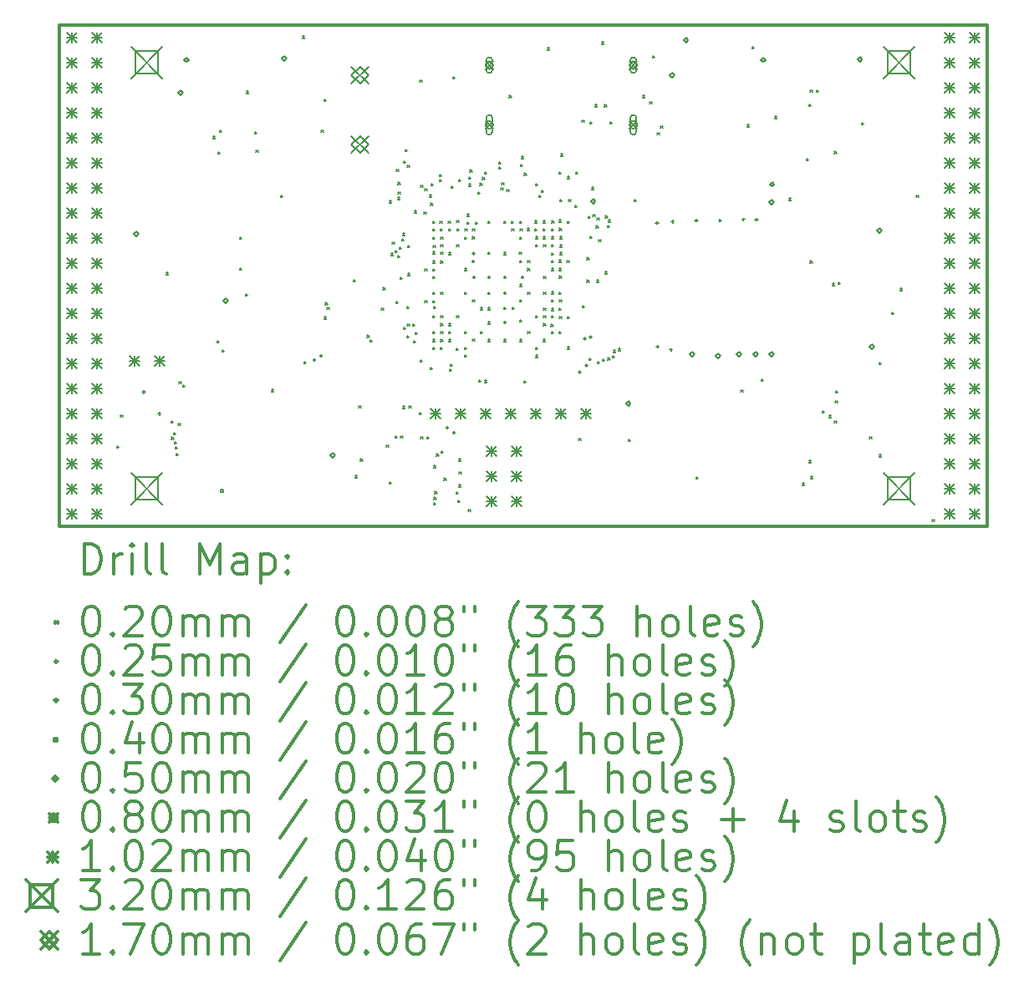
<source format=gbr>
%FSLAX45Y45*%
G04 Gerber Fmt 4.5, Leading zero omitted, Abs format (unit mm)*
G04 Created by KiCad (PCBNEW 4.0.7+dfsg1-1) date Fri Nov 10 09:26:03 2017*
%MOMM*%
%LPD*%
G01*
G04 APERTURE LIST*
%ADD10C,0.127000*%
%ADD11C,0.300000*%
%ADD12C,0.200000*%
G04 APERTURE END LIST*
D10*
D11*
X9410000Y-6142000D02*
X9410000Y-11222000D01*
X18808000Y-6142000D02*
X9410000Y-6142000D01*
X18808000Y-11222000D02*
X18808000Y-6142000D01*
X9410000Y-11222000D02*
X18808000Y-11222000D01*
D12*
X9998000Y-10410000D02*
X10018000Y-10430000D01*
X10018000Y-10410000D02*
X9998000Y-10430000D01*
X10035000Y-10094400D02*
X10055000Y-10114400D01*
X10055000Y-10094400D02*
X10035000Y-10114400D01*
X10493771Y-8653299D02*
X10513771Y-8673299D01*
X10513771Y-8653299D02*
X10493771Y-8673299D01*
X10547276Y-10156132D02*
X10567276Y-10176132D01*
X10567276Y-10156132D02*
X10547276Y-10176132D01*
X10552725Y-10321224D02*
X10572725Y-10341224D01*
X10572725Y-10321224D02*
X10552725Y-10341224D01*
X10571376Y-10271934D02*
X10591376Y-10291934D01*
X10591376Y-10271934D02*
X10571376Y-10291934D01*
X10579560Y-10366582D02*
X10599560Y-10386582D01*
X10599560Y-10366582D02*
X10579560Y-10386582D01*
X10589272Y-10418380D02*
X10609272Y-10438380D01*
X10609272Y-10418380D02*
X10589272Y-10438380D01*
X10598875Y-10487404D02*
X10618875Y-10507404D01*
X10618875Y-10487404D02*
X10598875Y-10507404D01*
X10618105Y-10179347D02*
X10638105Y-10199347D01*
X10638105Y-10179347D02*
X10618105Y-10199347D01*
X10626851Y-9756275D02*
X10646851Y-9776275D01*
X10646851Y-9756275D02*
X10626851Y-9776275D01*
X10664117Y-9793541D02*
X10684117Y-9813541D01*
X10684117Y-9793541D02*
X10664117Y-9813541D01*
X10972800Y-7273000D02*
X10992800Y-7293000D01*
X10992800Y-7273000D02*
X10972800Y-7293000D01*
X11014904Y-9343377D02*
X11034904Y-9363377D01*
X11034904Y-9343377D02*
X11014904Y-9363377D01*
X11021352Y-7428070D02*
X11041352Y-7448070D01*
X11041352Y-7428070D02*
X11021352Y-7448070D01*
X11038300Y-7211500D02*
X11058300Y-7231500D01*
X11058300Y-7211500D02*
X11038300Y-7231500D01*
X11061873Y-9435178D02*
X11081873Y-9455178D01*
X11081873Y-9435178D02*
X11061873Y-9455178D01*
X11241500Y-8291000D02*
X11261500Y-8311000D01*
X11261500Y-8291000D02*
X11241500Y-8311000D01*
X11241500Y-8608500D02*
X11261500Y-8628500D01*
X11261500Y-8608500D02*
X11241500Y-8628500D01*
X11298000Y-8870000D02*
X11318000Y-8890000D01*
X11318000Y-8870000D02*
X11298000Y-8890000D01*
X11311224Y-6814440D02*
X11331224Y-6834440D01*
X11331224Y-6814440D02*
X11311224Y-6834440D01*
X11393900Y-7224200D02*
X11413900Y-7244200D01*
X11413900Y-7224200D02*
X11393900Y-7244200D01*
X11406600Y-7414700D02*
X11426600Y-7434700D01*
X11426600Y-7414700D02*
X11406600Y-7434700D01*
X11563000Y-9839314D02*
X11583000Y-9859314D01*
X11583000Y-9839314D02*
X11563000Y-9859314D01*
X11655434Y-7867799D02*
X11675434Y-7887799D01*
X11675434Y-7867799D02*
X11655434Y-7887799D01*
X11875869Y-6255897D02*
X11895869Y-6275897D01*
X11895869Y-6255897D02*
X11875869Y-6275897D01*
X11890851Y-9556294D02*
X11910851Y-9576294D01*
X11910851Y-9556294D02*
X11890851Y-9576294D01*
X12067000Y-7211500D02*
X12087000Y-7231500D01*
X12087000Y-7211500D02*
X12067000Y-7231500D01*
X12094120Y-9102507D02*
X12114120Y-9122507D01*
X12114120Y-9102507D02*
X12094120Y-9122507D01*
X12098665Y-6897853D02*
X12118665Y-6917853D01*
X12118665Y-6897853D02*
X12098665Y-6917853D01*
X12110622Y-8956298D02*
X12130622Y-8976298D01*
X12130622Y-8956298D02*
X12110622Y-8976298D01*
X12126901Y-9006422D02*
X12146901Y-9026422D01*
X12146901Y-9006422D02*
X12126901Y-9026422D01*
X12392771Y-8724771D02*
X12412771Y-8744771D01*
X12412771Y-8724771D02*
X12392771Y-8744771D01*
X12392771Y-8724771D02*
X12412771Y-8744771D01*
X12412771Y-8724771D02*
X12392771Y-8744771D01*
X12410242Y-10710764D02*
X12430242Y-10730764D01*
X12430242Y-10710764D02*
X12410242Y-10730764D01*
X12448000Y-10005500D02*
X12468000Y-10025500D01*
X12468000Y-10005500D02*
X12448000Y-10025500D01*
X12464182Y-10539469D02*
X12484182Y-10559469D01*
X12484182Y-10539469D02*
X12464182Y-10559469D01*
X12532397Y-9289213D02*
X12552397Y-9309213D01*
X12552397Y-9289213D02*
X12532397Y-9309213D01*
X12564098Y-9335243D02*
X12584098Y-9355243D01*
X12584098Y-9335243D02*
X12564098Y-9355243D01*
X12678000Y-9010000D02*
X12698000Y-9030000D01*
X12698000Y-9010000D02*
X12678000Y-9030000D01*
X12694005Y-8806691D02*
X12714005Y-8826691D01*
X12714005Y-8806691D02*
X12694005Y-8826691D01*
X12725815Y-10402805D02*
X12745815Y-10422805D01*
X12745815Y-10402805D02*
X12725815Y-10422805D01*
X12754366Y-7925556D02*
X12774366Y-7945556D01*
X12774366Y-7925556D02*
X12754366Y-7945556D01*
X12755664Y-10771679D02*
X12775664Y-10791679D01*
X12775664Y-10771679D02*
X12755664Y-10791679D01*
X12772416Y-8457681D02*
X12792416Y-8477681D01*
X12792416Y-8457681D02*
X12772416Y-8477681D01*
X12786626Y-8341578D02*
X12806626Y-8361578D01*
X12806626Y-8341578D02*
X12786626Y-8361578D01*
X12816199Y-8428346D02*
X12836199Y-8448346D01*
X12836199Y-8428346D02*
X12816199Y-8448346D01*
X12818000Y-10310000D02*
X12838000Y-10330000D01*
X12838000Y-10310000D02*
X12818000Y-10330000D01*
X12822131Y-8943995D02*
X12842131Y-8963995D01*
X12842131Y-8943995D02*
X12822131Y-8963995D01*
X12828675Y-7605717D02*
X12848675Y-7625717D01*
X12848675Y-7605717D02*
X12828675Y-7625717D01*
X12838971Y-8476738D02*
X12858971Y-8496738D01*
X12858971Y-8476738D02*
X12838971Y-8496738D01*
X12841590Y-7889418D02*
X12861590Y-7909418D01*
X12861590Y-7889418D02*
X12841590Y-7909418D01*
X12844557Y-7737658D02*
X12864557Y-7757658D01*
X12864557Y-7737658D02*
X12844557Y-7757658D01*
X12846973Y-7836992D02*
X12866973Y-7856992D01*
X12866973Y-7836992D02*
X12846973Y-7856992D01*
X12856960Y-8392024D02*
X12876960Y-8412024D01*
X12876960Y-8392024D02*
X12856960Y-8412024D01*
X12867665Y-8701088D02*
X12887665Y-8721088D01*
X12887665Y-8701088D02*
X12867665Y-8721088D01*
X12870682Y-10308590D02*
X12890682Y-10328590D01*
X12890682Y-10308590D02*
X12870682Y-10328590D01*
X12884885Y-8308326D02*
X12904885Y-8328326D01*
X12904885Y-8308326D02*
X12884885Y-8328326D01*
X12890520Y-10007480D02*
X12910520Y-10027480D01*
X12910520Y-10007480D02*
X12890520Y-10027480D01*
X12891675Y-8256064D02*
X12911675Y-8276064D01*
X12911675Y-8256064D02*
X12891675Y-8276064D01*
X12899271Y-9209534D02*
X12919271Y-9229534D01*
X12919271Y-9209534D02*
X12899271Y-9229534D01*
X12902508Y-7521580D02*
X12922508Y-7541580D01*
X12922508Y-7521580D02*
X12902508Y-7541580D01*
X12915222Y-7404246D02*
X12935222Y-7424246D01*
X12935222Y-7404246D02*
X12915222Y-7424246D01*
X12933809Y-9291445D02*
X12953809Y-9311445D01*
X12953809Y-9291445D02*
X12933809Y-9311445D01*
X12935918Y-8993919D02*
X12955918Y-9013919D01*
X12955918Y-8993919D02*
X12935918Y-9013919D01*
X12939334Y-7563781D02*
X12959334Y-7583781D01*
X12959334Y-7563781D02*
X12939334Y-7583781D01*
X12939363Y-9175328D02*
X12959363Y-9195328D01*
X12959363Y-9175328D02*
X12939363Y-9195328D01*
X12941393Y-8376098D02*
X12961393Y-8396098D01*
X12961393Y-8376098D02*
X12941393Y-8396098D01*
X12944260Y-8660352D02*
X12964260Y-8680352D01*
X12964260Y-8660352D02*
X12944260Y-8680352D01*
X12956000Y-10005500D02*
X12976000Y-10025500D01*
X12976000Y-10005500D02*
X12956000Y-10025500D01*
X12992268Y-9173424D02*
X13012268Y-9193424D01*
X13012268Y-9173424D02*
X12992268Y-9193424D01*
X13004189Y-9343203D02*
X13024189Y-9363203D01*
X13024189Y-9343203D02*
X13004189Y-9363203D01*
X13009682Y-8027773D02*
X13029682Y-8047773D01*
X13029682Y-8027773D02*
X13009682Y-8047773D01*
X13017964Y-9257477D02*
X13037964Y-9277477D01*
X13037964Y-9257477D02*
X13017964Y-9277477D01*
X13059238Y-10069000D02*
X13079238Y-10089000D01*
X13079238Y-10069000D02*
X13059238Y-10089000D01*
X13066199Y-6701962D02*
X13086199Y-6721962D01*
X13086199Y-6701962D02*
X13066199Y-6721962D01*
X13070707Y-9535414D02*
X13090707Y-9555414D01*
X13090707Y-9535414D02*
X13070707Y-9555414D01*
X13073949Y-10316052D02*
X13093949Y-10336052D01*
X13093949Y-10316052D02*
X13073949Y-10336052D01*
X13075683Y-7768682D02*
X13095683Y-7788682D01*
X13095683Y-7768682D02*
X13075683Y-7788682D01*
X13108000Y-8040000D02*
X13128000Y-8060000D01*
X13128000Y-8040000D02*
X13108000Y-8060000D01*
X13115313Y-7803422D02*
X13135313Y-7823422D01*
X13135313Y-7803422D02*
X13115313Y-7823422D01*
X13115453Y-8615136D02*
X13135453Y-8635136D01*
X13135453Y-8615136D02*
X13115453Y-8635136D01*
X13118000Y-8935084D02*
X13138000Y-8955084D01*
X13138000Y-8935084D02*
X13118000Y-8955084D01*
X13135385Y-10316052D02*
X13155385Y-10336052D01*
X13155385Y-10316052D02*
X13135385Y-10336052D01*
X13160933Y-7864587D02*
X13180933Y-7884587D01*
X13180933Y-7864587D02*
X13160933Y-7884587D01*
X13170890Y-9612737D02*
X13190890Y-9632737D01*
X13190890Y-9612737D02*
X13170890Y-9632737D01*
X13174731Y-7948989D02*
X13194731Y-7968989D01*
X13194731Y-7948989D02*
X13174731Y-7968989D01*
X13182329Y-7748485D02*
X13202329Y-7768485D01*
X13202329Y-7748485D02*
X13182329Y-7768485D01*
X13197765Y-9087799D02*
X13217765Y-9107799D01*
X13217765Y-9087799D02*
X13197765Y-9107799D01*
X13197789Y-8617215D02*
X13217789Y-8637215D01*
X13217789Y-8617215D02*
X13197789Y-8637215D01*
X13197962Y-8532814D02*
X13217962Y-8552814D01*
X13217962Y-8532814D02*
X13197962Y-8552814D01*
X13198000Y-8440334D02*
X13218000Y-8460334D01*
X13218000Y-8440334D02*
X13198000Y-8460334D01*
X13198000Y-8130000D02*
X13218000Y-8150000D01*
X13218000Y-8130000D02*
X13198000Y-8150000D01*
X13198000Y-8207799D02*
X13218000Y-8227799D01*
X13218000Y-8207799D02*
X13198000Y-8227799D01*
X13198000Y-8690000D02*
X13218000Y-8710000D01*
X13218000Y-8690000D02*
X13198000Y-8710000D01*
X13198000Y-8850000D02*
X13218000Y-8870000D01*
X13218000Y-8850000D02*
X13198000Y-8870000D01*
X13198000Y-8935084D02*
X13218000Y-8955084D01*
X13218000Y-8935084D02*
X13198000Y-8955084D01*
X13198000Y-9250000D02*
X13218000Y-9270000D01*
X13218000Y-9250000D02*
X13198000Y-9270000D01*
X13198000Y-9330000D02*
X13218000Y-9350000D01*
X13218000Y-9330000D02*
X13198000Y-9350000D01*
X13198000Y-9410000D02*
X13218000Y-9430000D01*
X13218000Y-9410000D02*
X13198000Y-9430000D01*
X13198482Y-8292201D02*
X13218482Y-8312201D01*
X13218482Y-8292201D02*
X13198482Y-8312201D01*
X13201744Y-8376602D02*
X13221744Y-8396602D01*
X13221744Y-8376602D02*
X13201744Y-8396602D01*
X13204611Y-10984026D02*
X13224611Y-11004026D01*
X13224611Y-10984026D02*
X13204611Y-11004026D01*
X13205608Y-8993095D02*
X13225608Y-9013095D01*
X13225608Y-8993095D02*
X13205608Y-9013095D01*
X13206286Y-10608587D02*
X13226286Y-10628587D01*
X13226286Y-10608587D02*
X13206286Y-10628587D01*
X13208900Y-10931500D02*
X13228900Y-10951500D01*
X13228900Y-10931500D02*
X13208900Y-10951500D01*
X13218000Y-10870000D02*
X13238000Y-10890000D01*
X13238000Y-10870000D02*
X13218000Y-10890000D01*
X13234844Y-10489450D02*
X13254844Y-10509450D01*
X13254844Y-10489450D02*
X13234844Y-10509450D01*
X13263724Y-7657621D02*
X13283724Y-7677621D01*
X13283724Y-7657621D02*
X13263724Y-7677621D01*
X13266117Y-7710267D02*
X13286117Y-7730267D01*
X13286117Y-7710267D02*
X13266117Y-7730267D01*
X13268333Y-8129999D02*
X13288333Y-8149999D01*
X13288333Y-8129999D02*
X13268333Y-8149999D01*
X13271035Y-8207799D02*
X13291035Y-8227799D01*
X13291035Y-8207799D02*
X13271035Y-8227799D01*
X13274623Y-9409707D02*
X13294623Y-9429707D01*
X13294623Y-9409707D02*
X13274623Y-9429707D01*
X13277580Y-8532814D02*
X13297580Y-8552814D01*
X13297580Y-8532814D02*
X13277580Y-8552814D01*
X13278000Y-8292201D02*
X13298000Y-8312201D01*
X13298000Y-8292201D02*
X13278000Y-8312201D01*
X13278000Y-8850000D02*
X13298000Y-8870000D01*
X13298000Y-8850000D02*
X13278000Y-8870000D01*
X13278000Y-9090000D02*
X13298000Y-9110000D01*
X13298000Y-9090000D02*
X13278000Y-9110000D01*
X13278000Y-9170000D02*
X13298000Y-9190000D01*
X13298000Y-9170000D02*
X13278000Y-9190000D01*
X13278000Y-9250000D02*
X13298000Y-9270000D01*
X13298000Y-9250000D02*
X13278000Y-9270000D01*
X13278000Y-9330000D02*
X13298000Y-9350000D01*
X13298000Y-9330000D02*
X13278000Y-9350000D01*
X13278042Y-8446122D02*
X13298042Y-8466122D01*
X13298042Y-8446122D02*
X13278042Y-8466122D01*
X13278650Y-8367799D02*
X13298650Y-8387799D01*
X13298650Y-8367799D02*
X13278650Y-8387799D01*
X13283696Y-10459892D02*
X13303696Y-10479892D01*
X13303696Y-10459892D02*
X13283696Y-10479892D01*
X13311600Y-10736500D02*
X13331600Y-10756500D01*
X13331600Y-10736500D02*
X13311600Y-10756500D01*
X13352734Y-8129641D02*
X13372734Y-8149641D01*
X13372734Y-8129641D02*
X13352734Y-8149641D01*
X13355436Y-8207799D02*
X13375436Y-8227799D01*
X13375436Y-8207799D02*
X13355436Y-8227799D01*
X13357194Y-8449520D02*
X13377194Y-8469520D01*
X13377194Y-8449520D02*
X13357194Y-8469520D01*
X13358000Y-9170000D02*
X13378000Y-9190000D01*
X13378000Y-9170000D02*
X13358000Y-9190000D01*
X13358000Y-9250000D02*
X13378000Y-9270000D01*
X13378000Y-9250000D02*
X13358000Y-9270000D01*
X13358548Y-9330230D02*
X13378548Y-9350230D01*
X13378548Y-9330230D02*
X13358548Y-9350230D01*
X13366285Y-9629515D02*
X13386285Y-9649515D01*
X13386285Y-9629515D02*
X13366285Y-9649515D01*
X13375239Y-9577580D02*
X13395239Y-9597580D01*
X13395239Y-9577580D02*
X13375239Y-9597580D01*
X13382219Y-7775484D02*
X13402219Y-7795484D01*
X13402219Y-7775484D02*
X13382219Y-7795484D01*
X13397916Y-6668615D02*
X13417916Y-6688615D01*
X13417916Y-6668615D02*
X13397916Y-6688615D01*
X13435582Y-9416717D02*
X13455582Y-9436717D01*
X13455582Y-9416717D02*
X13435582Y-9436717D01*
X13436400Y-10874197D02*
X13456400Y-10894197D01*
X13456400Y-10874197D02*
X13436400Y-10894197D01*
X13437135Y-8124791D02*
X13457135Y-8144791D01*
X13457135Y-8124791D02*
X13437135Y-8144791D01*
X13438000Y-8370000D02*
X13458000Y-8390000D01*
X13458000Y-8370000D02*
X13438000Y-8390000D01*
X13438000Y-9090000D02*
X13458000Y-9110000D01*
X13458000Y-9090000D02*
X13438000Y-9110000D01*
X13440141Y-8207758D02*
X13460141Y-8227758D01*
X13460141Y-8207758D02*
X13440141Y-8227758D01*
X13453687Y-10961995D02*
X13473687Y-10981995D01*
X13473687Y-10961995D02*
X13453687Y-10981995D01*
X13457587Y-10803159D02*
X13477587Y-10823159D01*
X13477587Y-10803159D02*
X13457587Y-10823159D01*
X13460201Y-7710000D02*
X13480201Y-7730000D01*
X13480201Y-7710000D02*
X13460201Y-7730000D01*
X13460735Y-10540845D02*
X13480735Y-10560845D01*
X13480735Y-10540845D02*
X13460735Y-10560845D01*
X13465065Y-10671051D02*
X13485065Y-10691051D01*
X13485065Y-10671051D02*
X13465065Y-10691051D01*
X13517331Y-8851860D02*
X13537331Y-8871860D01*
X13537331Y-8851860D02*
X13517331Y-8871860D01*
X13518000Y-8292201D02*
X13538000Y-8312201D01*
X13538000Y-8292201D02*
X13518000Y-8312201D01*
X13518000Y-8610000D02*
X13538000Y-8630000D01*
X13538000Y-8610000D02*
X13518000Y-8630000D01*
X13518000Y-9250000D02*
X13538000Y-9270000D01*
X13538000Y-9250000D02*
X13518000Y-9270000D01*
X13518463Y-9488530D02*
X13538463Y-9508530D01*
X13538463Y-9488530D02*
X13518463Y-9508530D01*
X13518862Y-9412562D02*
X13538862Y-9432562D01*
X13538862Y-9412562D02*
X13518862Y-9432562D01*
X13524542Y-8207681D02*
X13544542Y-8227681D01*
X13544542Y-8207681D02*
X13524542Y-8227681D01*
X13546744Y-8060230D02*
X13566744Y-8080230D01*
X13566744Y-8060230D02*
X13546744Y-8080230D01*
X13546744Y-8138922D02*
X13566744Y-8158922D01*
X13566744Y-8138922D02*
X13546744Y-8158922D01*
X13555656Y-11051071D02*
X13575656Y-11071071D01*
X13575656Y-11051071D02*
X13555656Y-11071071D01*
X13559498Y-7754855D02*
X13579498Y-7774855D01*
X13579498Y-7754855D02*
X13559498Y-7774855D01*
X13562542Y-7680938D02*
X13582542Y-7700938D01*
X13582542Y-7680938D02*
X13562542Y-7700938D01*
X13573070Y-7610061D02*
X13593070Y-7630061D01*
X13593070Y-7610061D02*
X13573070Y-7630061D01*
X13598000Y-8210000D02*
X13618000Y-8230000D01*
X13618000Y-8210000D02*
X13598000Y-8230000D01*
X13598000Y-8290000D02*
X13618000Y-8310000D01*
X13618000Y-8290000D02*
X13598000Y-8310000D01*
X13598517Y-8929483D02*
X13618517Y-8949483D01*
X13618517Y-8929483D02*
X13598517Y-8949483D01*
X13599596Y-9326965D02*
X13619596Y-9346965D01*
X13619596Y-9326965D02*
X13599596Y-9346965D01*
X13631144Y-8139731D02*
X13651144Y-8159731D01*
X13651144Y-8139731D02*
X13631144Y-8159731D01*
X13653412Y-7835167D02*
X13673412Y-7855167D01*
X13673412Y-7835167D02*
X13653412Y-7855167D01*
X13664090Y-9741450D02*
X13684090Y-9761450D01*
X13684090Y-9741450D02*
X13664090Y-9761450D01*
X13675600Y-7746298D02*
X13695600Y-7766298D01*
X13695600Y-7746298D02*
X13675600Y-7766298D01*
X13678000Y-9250000D02*
X13698000Y-9270000D01*
X13698000Y-9250000D02*
X13678000Y-9270000D01*
X13678517Y-9009483D02*
X13698517Y-9029483D01*
X13698517Y-9009483D02*
X13678517Y-9029483D01*
X13700695Y-7687992D02*
X13720695Y-7707992D01*
X13720695Y-7687992D02*
X13700695Y-7707992D01*
X13719559Y-9743802D02*
X13739559Y-9763802D01*
X13739559Y-9743802D02*
X13719559Y-9763802D01*
X13720873Y-7631502D02*
X13740873Y-7651502D01*
X13740873Y-7631502D02*
X13720873Y-7651502D01*
X13755905Y-9153803D02*
X13775905Y-9173803D01*
X13775905Y-9153803D02*
X13755905Y-9173803D01*
X13758000Y-8130000D02*
X13778000Y-8150000D01*
X13778000Y-8130000D02*
X13758000Y-8150000D01*
X13758000Y-8850000D02*
X13778000Y-8870000D01*
X13778000Y-8850000D02*
X13758000Y-8870000D01*
X13758000Y-9007299D02*
X13778000Y-9027299D01*
X13778000Y-9007299D02*
X13758000Y-9027299D01*
X13758000Y-9330000D02*
X13778000Y-9350000D01*
X13778000Y-9330000D02*
X13758000Y-9350000D01*
X13758056Y-8443409D02*
X13778056Y-8463409D01*
X13778056Y-8443409D02*
X13758056Y-8463409D01*
X13867568Y-7584299D02*
X13887568Y-7604299D01*
X13887568Y-7584299D02*
X13867568Y-7604299D01*
X13867920Y-7530076D02*
X13887920Y-7550076D01*
X13887920Y-7530076D02*
X13867920Y-7550076D01*
X13886806Y-7794095D02*
X13906806Y-7814095D01*
X13906806Y-7794095D02*
X13886806Y-7814095D01*
X13894656Y-7741765D02*
X13914656Y-7761765D01*
X13914656Y-7741765D02*
X13894656Y-7761765D01*
X13917252Y-8451135D02*
X13937252Y-8471135D01*
X13937252Y-8451135D02*
X13917252Y-8471135D01*
X13918000Y-8130000D02*
X13938000Y-8150000D01*
X13938000Y-8130000D02*
X13918000Y-8150000D01*
X13918000Y-9002299D02*
X13938000Y-9022299D01*
X13938000Y-9002299D02*
X13918000Y-9022299D01*
X13918000Y-9330000D02*
X13938000Y-9350000D01*
X13938000Y-9330000D02*
X13918000Y-9350000D01*
X13947862Y-7810586D02*
X13967862Y-7830586D01*
X13967862Y-7810586D02*
X13947862Y-7830586D01*
X13972000Y-6856567D02*
X13992000Y-6876567D01*
X13992000Y-6856567D02*
X13972000Y-6876567D01*
X13993599Y-8130000D02*
X14013599Y-8150000D01*
X14013599Y-8130000D02*
X13993599Y-8150000D01*
X13998000Y-8210000D02*
X14018000Y-8230000D01*
X14018000Y-8210000D02*
X13998000Y-8230000D01*
X13999489Y-9002299D02*
X14019489Y-9022299D01*
X14019489Y-9002299D02*
X13999489Y-9022299D01*
X14073600Y-8443400D02*
X14093600Y-8463400D01*
X14093600Y-8443400D02*
X14073600Y-8463400D01*
X14076403Y-8294140D02*
X14096403Y-8314140D01*
X14096403Y-8294140D02*
X14076403Y-8314140D01*
X14077419Y-9133335D02*
X14097419Y-9153335D01*
X14097419Y-9133335D02*
X14077419Y-9153335D01*
X14078000Y-8130000D02*
X14098000Y-8150000D01*
X14098000Y-8130000D02*
X14078000Y-8150000D01*
X14078000Y-8530000D02*
X14098000Y-8550000D01*
X14098000Y-8530000D02*
X14078000Y-8550000D01*
X14078000Y-8770000D02*
X14098000Y-8790000D01*
X14098000Y-8770000D02*
X14078000Y-8790000D01*
X14078000Y-8930000D02*
X14098000Y-8950000D01*
X14098000Y-8930000D02*
X14078000Y-8950000D01*
X14078000Y-9330000D02*
X14098000Y-9350000D01*
X14098000Y-9330000D02*
X14078000Y-9350000D01*
X14082401Y-8207928D02*
X14102401Y-8227928D01*
X14102401Y-8207928D02*
X14082401Y-8227928D01*
X14088006Y-7558194D02*
X14108006Y-7578194D01*
X14108006Y-7558194D02*
X14088006Y-7578194D01*
X14094664Y-7477380D02*
X14114664Y-7497380D01*
X14114664Y-7477380D02*
X14094664Y-7497380D01*
X14118000Y-9750000D02*
X14138000Y-9770000D01*
X14138000Y-9750000D02*
X14118000Y-9770000D01*
X14124297Y-7645500D02*
X14144297Y-7665500D01*
X14144297Y-7645500D02*
X14124297Y-7665500D01*
X14155799Y-8203034D02*
X14175799Y-8223034D01*
X14175799Y-8203034D02*
X14155799Y-8223034D01*
X14158000Y-8530000D02*
X14178000Y-8550000D01*
X14178000Y-8530000D02*
X14158000Y-8550000D01*
X14158000Y-8610000D02*
X14178000Y-8630000D01*
X14178000Y-8610000D02*
X14158000Y-8630000D01*
X14158000Y-8850000D02*
X14178000Y-8870000D01*
X14178000Y-8850000D02*
X14158000Y-8870000D01*
X14158000Y-9250000D02*
X14178000Y-9270000D01*
X14178000Y-9250000D02*
X14158000Y-9270000D01*
X14229642Y-8209139D02*
X14249642Y-8229139D01*
X14249642Y-8209139D02*
X14229642Y-8229139D01*
X14231398Y-8128224D02*
X14251398Y-8148224D01*
X14251398Y-8128224D02*
X14231398Y-8148224D01*
X14237355Y-8289891D02*
X14257355Y-8309891D01*
X14257355Y-8289891D02*
X14237355Y-8309891D01*
X14238000Y-7750000D02*
X14258000Y-7770000D01*
X14258000Y-7750000D02*
X14238000Y-7770000D01*
X14238000Y-8370000D02*
X14258000Y-8390000D01*
X14258000Y-8370000D02*
X14238000Y-8390000D01*
X14238000Y-9090000D02*
X14258000Y-9110000D01*
X14258000Y-9090000D02*
X14238000Y-9110000D01*
X14238000Y-9410000D02*
X14258000Y-9430000D01*
X14258000Y-9410000D02*
X14238000Y-9430000D01*
X14238000Y-9490000D02*
X14258000Y-9510000D01*
X14258000Y-9490000D02*
X14238000Y-9510000D01*
X14274121Y-7868425D02*
X14294121Y-7888425D01*
X14294121Y-7868425D02*
X14274121Y-7888425D01*
X14295799Y-7820389D02*
X14315799Y-7840389D01*
X14315799Y-7820389D02*
X14295799Y-7840389D01*
X14315799Y-8127963D02*
X14335799Y-8147963D01*
X14335799Y-8127963D02*
X14315799Y-8147963D01*
X14315799Y-8210715D02*
X14335799Y-8230715D01*
X14335799Y-8210715D02*
X14315799Y-8230715D01*
X14315799Y-8290000D02*
X14335799Y-8310000D01*
X14335799Y-8290000D02*
X14315799Y-8310000D01*
X14316969Y-9331491D02*
X14336969Y-9351491D01*
X14336969Y-9331491D02*
X14316969Y-9351491D01*
X14317803Y-8849503D02*
X14337803Y-8869503D01*
X14337803Y-8849503D02*
X14317803Y-8869503D01*
X14318000Y-8370000D02*
X14338000Y-8390000D01*
X14338000Y-8370000D02*
X14318000Y-8390000D01*
X14318000Y-8690000D02*
X14338000Y-8710000D01*
X14338000Y-8690000D02*
X14318000Y-8710000D01*
X14318000Y-9090000D02*
X14338000Y-9110000D01*
X14338000Y-9090000D02*
X14318000Y-9110000D01*
X14318000Y-9170000D02*
X14338000Y-9190000D01*
X14338000Y-9170000D02*
X14318000Y-9190000D01*
X14318182Y-9010195D02*
X14338182Y-9030195D01*
X14338182Y-9010195D02*
X14318182Y-9030195D01*
X14355067Y-6376252D02*
X14375067Y-6396252D01*
X14375067Y-6376252D02*
X14355067Y-6396252D01*
X14396483Y-9177765D02*
X14416483Y-9197765D01*
X14416483Y-9177765D02*
X14396483Y-9197765D01*
X14397624Y-8929530D02*
X14417624Y-8949530D01*
X14417624Y-8929530D02*
X14397624Y-8949530D01*
X14397701Y-9016697D02*
X14417701Y-9036697D01*
X14417701Y-9016697D02*
X14397701Y-9036697D01*
X14398000Y-8610000D02*
X14418000Y-8630000D01*
X14418000Y-8610000D02*
X14398000Y-8630000D01*
X14398000Y-9090000D02*
X14418000Y-9110000D01*
X14418000Y-9090000D02*
X14398000Y-9110000D01*
X14398283Y-8848451D02*
X14418283Y-8868451D01*
X14418283Y-8848451D02*
X14398283Y-8868451D01*
X14400201Y-8208560D02*
X14420201Y-8228560D01*
X14420201Y-8208560D02*
X14400201Y-8228560D01*
X14400201Y-8290000D02*
X14420201Y-8310000D01*
X14420201Y-8290000D02*
X14400201Y-8310000D01*
X14400201Y-8529722D02*
X14420201Y-8549722D01*
X14420201Y-8529722D02*
X14400201Y-8549722D01*
X14400319Y-8367799D02*
X14420319Y-8387799D01*
X14420319Y-8367799D02*
X14400319Y-8387799D01*
X14400319Y-8452201D02*
X14420319Y-8472201D01*
X14420319Y-8452201D02*
X14400319Y-8472201D01*
X14401325Y-9248876D02*
X14421325Y-9268876D01*
X14421325Y-9248876D02*
X14401325Y-9268876D01*
X14404602Y-8127478D02*
X14424602Y-8147478D01*
X14424602Y-8127478D02*
X14404602Y-8147478D01*
X14476042Y-7630617D02*
X14496042Y-7650617D01*
X14496042Y-7630617D02*
X14476042Y-7650617D01*
X14476724Y-9012976D02*
X14496724Y-9032976D01*
X14496724Y-9012976D02*
X14476724Y-9032976D01*
X14476810Y-8527135D02*
X14496810Y-8547135D01*
X14496810Y-8527135D02*
X14476810Y-8547135D01*
X14477515Y-8611890D02*
X14497515Y-8631890D01*
X14497515Y-8611890D02*
X14477515Y-8631890D01*
X14477765Y-8852201D02*
X14497765Y-8872201D01*
X14497765Y-8852201D02*
X14477765Y-8872201D01*
X14478000Y-8120333D02*
X14498000Y-8140333D01*
X14498000Y-8120333D02*
X14478000Y-8140333D01*
X14478235Y-9247799D02*
X14498235Y-9267799D01*
X14498235Y-9247799D02*
X14478235Y-9267799D01*
X14478812Y-8204735D02*
X14498812Y-8224735D01*
X14498812Y-8204735D02*
X14478812Y-8224735D01*
X14479163Y-9097377D02*
X14499163Y-9117377D01*
X14499163Y-9097377D02*
X14479163Y-9117377D01*
X14479260Y-8928574D02*
X14499260Y-8948574D01*
X14499260Y-8928574D02*
X14479260Y-8948574D01*
X14479432Y-8687756D02*
X14499432Y-8707756D01*
X14499432Y-8687756D02*
X14479432Y-8707756D01*
X14481566Y-8449874D02*
X14501566Y-8469874D01*
X14501566Y-8449874D02*
X14481566Y-8469874D01*
X14481689Y-8289136D02*
X14501689Y-8309136D01*
X14501689Y-8289136D02*
X14481689Y-8309136D01*
X14481729Y-8373537D02*
X14501729Y-8393537D01*
X14501729Y-8373537D02*
X14481729Y-8393537D01*
X14486249Y-7913538D02*
X14506249Y-7933538D01*
X14506249Y-7913538D02*
X14486249Y-7933538D01*
X14491706Y-7451113D02*
X14511706Y-7471113D01*
X14511706Y-7451113D02*
X14491706Y-7471113D01*
X14557281Y-8529606D02*
X14577281Y-8549606D01*
X14577281Y-8529606D02*
X14557281Y-8549606D01*
X14558000Y-8130000D02*
X14578000Y-8150000D01*
X14578000Y-8130000D02*
X14558000Y-8150000D01*
X14558000Y-9407799D02*
X14578000Y-9427799D01*
X14578000Y-9407799D02*
X14558000Y-9427799D01*
X14559846Y-9097377D02*
X14579846Y-9117377D01*
X14579846Y-9097377D02*
X14559846Y-9117377D01*
X14561398Y-7679537D02*
X14581398Y-7699537D01*
X14581398Y-7679537D02*
X14561398Y-7699537D01*
X14573400Y-7909811D02*
X14593400Y-7929811D01*
X14593400Y-7909811D02*
X14573400Y-7929811D01*
X14638141Y-7971938D02*
X14658141Y-7991938D01*
X14658141Y-7971938D02*
X14638141Y-7991938D01*
X14645799Y-7633056D02*
X14665799Y-7653056D01*
X14665799Y-7633056D02*
X14645799Y-7653056D01*
X14674429Y-10335274D02*
X14694429Y-10355274D01*
X14694429Y-10335274D02*
X14674429Y-10355274D01*
X14708600Y-7110000D02*
X14728600Y-7130000D01*
X14728600Y-7110000D02*
X14708600Y-7130000D01*
X14710765Y-8987304D02*
X14730765Y-9007304D01*
X14730765Y-8987304D02*
X14710765Y-9007304D01*
X14758752Y-8499333D02*
X14778752Y-8519333D01*
X14778752Y-8499333D02*
X14758752Y-8519333D01*
X14759554Y-8727799D02*
X14779554Y-8747799D01*
X14779554Y-8727799D02*
X14759554Y-8747799D01*
X14770223Y-8081781D02*
X14790223Y-8101781D01*
X14790223Y-8081781D02*
X14770223Y-8101781D01*
X14782793Y-9522924D02*
X14802793Y-9542924D01*
X14802793Y-9522924D02*
X14782793Y-9542924D01*
X14788315Y-7124708D02*
X14808315Y-7144708D01*
X14808315Y-7124708D02*
X14788315Y-7144708D01*
X14790137Y-8285878D02*
X14810137Y-8305878D01*
X14810137Y-8285878D02*
X14790137Y-8305878D01*
X14806076Y-7788079D02*
X14826076Y-7808079D01*
X14826076Y-7788079D02*
X14806076Y-7808079D01*
X14819827Y-8063981D02*
X14839827Y-8083981D01*
X14839827Y-8063981D02*
X14819827Y-8083981D01*
X14837783Y-6951968D02*
X14857783Y-6971968D01*
X14857783Y-6951968D02*
X14837783Y-6971968D01*
X14851067Y-8180003D02*
X14871067Y-8200003D01*
X14871067Y-8180003D02*
X14851067Y-8200003D01*
X14858860Y-8727808D02*
X14878860Y-8747808D01*
X14878860Y-8727808D02*
X14858860Y-8747808D01*
X14861989Y-8095601D02*
X14881989Y-8115601D01*
X14881989Y-8095601D02*
X14861989Y-8115601D01*
X14864798Y-9556963D02*
X14884798Y-9576963D01*
X14884798Y-9556963D02*
X14864798Y-9576963D01*
X14877872Y-8316103D02*
X14897872Y-8336103D01*
X14897872Y-8316103D02*
X14877872Y-8336103D01*
X14908375Y-6315711D02*
X14928375Y-6335711D01*
X14928375Y-6315711D02*
X14908375Y-6335711D01*
X14918439Y-9527799D02*
X14938439Y-9547799D01*
X14938439Y-9527799D02*
X14918439Y-9547799D01*
X14937595Y-6951968D02*
X14957595Y-6971968D01*
X14957595Y-6951968D02*
X14937595Y-6971968D01*
X14942082Y-8643412D02*
X14962082Y-8663412D01*
X14962082Y-8643412D02*
X14942082Y-8663412D01*
X14944975Y-8076843D02*
X14964975Y-8096843D01*
X14964975Y-8076843D02*
X14944975Y-8096843D01*
X14967169Y-8172566D02*
X14987169Y-8192566D01*
X14987169Y-8172566D02*
X14967169Y-8192566D01*
X14969589Y-9515108D02*
X14989589Y-9535108D01*
X14989589Y-9515108D02*
X14969589Y-9535108D01*
X14974647Y-8120398D02*
X14994647Y-8140398D01*
X14994647Y-8120398D02*
X14974647Y-8140398D01*
X14993085Y-7123185D02*
X15013085Y-7143185D01*
X15013085Y-7123185D02*
X14993085Y-7143185D01*
X15017890Y-9494025D02*
X15037890Y-9514025D01*
X15037890Y-9494025D02*
X15017890Y-9514025D01*
X15024597Y-9441753D02*
X15044597Y-9461753D01*
X15044597Y-9441753D02*
X15024597Y-9461753D01*
X15078921Y-9423257D02*
X15098921Y-9443257D01*
X15098921Y-9423257D02*
X15078921Y-9443257D01*
X15179638Y-10341072D02*
X15199638Y-10361072D01*
X15199638Y-10341072D02*
X15179638Y-10361072D01*
X15239707Y-7909347D02*
X15259707Y-7929347D01*
X15259707Y-7909347D02*
X15239707Y-7929347D01*
X15322234Y-6857342D02*
X15342234Y-6877342D01*
X15342234Y-6857342D02*
X15322234Y-6877342D01*
X15394400Y-6919400D02*
X15414400Y-6939400D01*
X15414400Y-6919400D02*
X15394400Y-6939400D01*
X15422933Y-6454377D02*
X15442933Y-6474377D01*
X15442933Y-6454377D02*
X15422933Y-6474377D01*
X15469400Y-7232600D02*
X15489400Y-7252600D01*
X15489400Y-7232600D02*
X15469400Y-7252600D01*
X15504936Y-7166453D02*
X15524936Y-7186453D01*
X15524936Y-7166453D02*
X15504936Y-7186453D01*
X15861665Y-10722518D02*
X15881665Y-10742518D01*
X15881665Y-10722518D02*
X15861665Y-10742518D01*
X16317742Y-9840172D02*
X16337742Y-9860172D01*
X16337742Y-9840172D02*
X16317742Y-9860172D01*
X16380885Y-7155186D02*
X16400885Y-7175186D01*
X16400885Y-7155186D02*
X16380885Y-7175186D01*
X16433388Y-6363745D02*
X16453388Y-6383745D01*
X16453388Y-6363745D02*
X16433388Y-6383745D01*
X16524921Y-9732292D02*
X16544921Y-9752292D01*
X16544921Y-9732292D02*
X16524921Y-9752292D01*
X16657891Y-7070355D02*
X16677891Y-7090355D01*
X16677891Y-7070355D02*
X16657891Y-7090355D01*
X16806644Y-7900804D02*
X16826644Y-7920804D01*
X16826644Y-7900804D02*
X16806644Y-7920804D01*
X16940659Y-10785373D02*
X16960659Y-10805373D01*
X16960659Y-10785373D02*
X16940659Y-10805373D01*
X16979535Y-7499299D02*
X16999535Y-7519299D01*
X16999535Y-7499299D02*
X16979535Y-7519299D01*
X17005773Y-10556635D02*
X17025773Y-10576635D01*
X17025773Y-10556635D02*
X17005773Y-10576635D01*
X17008296Y-6947101D02*
X17028296Y-6967101D01*
X17028296Y-6947101D02*
X17008296Y-6967101D01*
X17020000Y-6805100D02*
X17040000Y-6825100D01*
X17040000Y-6805100D02*
X17020000Y-6825100D01*
X17020954Y-8534153D02*
X17040954Y-8554153D01*
X17040954Y-8534153D02*
X17020954Y-8554153D01*
X17026290Y-10718620D02*
X17046290Y-10738620D01*
X17046290Y-10718620D02*
X17026290Y-10738620D01*
X17085000Y-6802556D02*
X17105000Y-6822556D01*
X17105000Y-6802556D02*
X17085000Y-6822556D01*
X17144030Y-10054574D02*
X17164030Y-10074574D01*
X17164030Y-10054574D02*
X17144030Y-10074574D01*
X17209336Y-10100566D02*
X17229336Y-10120566D01*
X17229336Y-10100566D02*
X17209336Y-10120566D01*
X17246454Y-8762201D02*
X17266454Y-8782201D01*
X17266454Y-8762201D02*
X17246454Y-8782201D01*
X17264664Y-7424799D02*
X17284664Y-7444799D01*
X17284664Y-7424799D02*
X17264664Y-7444799D01*
X17266127Y-10155168D02*
X17286127Y-10175168D01*
X17286127Y-10155168D02*
X17266127Y-10175168D01*
X17273463Y-9949992D02*
X17293463Y-9969992D01*
X17293463Y-9949992D02*
X17273463Y-9969992D01*
X17277992Y-9851865D02*
X17297992Y-9871865D01*
X17297992Y-9851865D02*
X17277992Y-9871865D01*
X17303795Y-8749428D02*
X17323795Y-8769428D01*
X17323795Y-8749428D02*
X17303795Y-8769428D01*
X17539563Y-7135743D02*
X17559563Y-7155743D01*
X17559563Y-7135743D02*
X17539563Y-7155743D01*
X17620559Y-10317981D02*
X17640559Y-10337981D01*
X17640559Y-10317981D02*
X17620559Y-10337981D01*
X17717400Y-10497912D02*
X17737400Y-10517912D01*
X17737400Y-10497912D02*
X17717400Y-10517912D01*
X17718500Y-9561000D02*
X17738500Y-9581000D01*
X17738500Y-9561000D02*
X17718500Y-9581000D01*
X17845819Y-9055603D02*
X17865819Y-9075603D01*
X17865819Y-9055603D02*
X17845819Y-9075603D01*
X17927598Y-8812696D02*
X17947598Y-8832696D01*
X17947598Y-8812696D02*
X17927598Y-8832696D01*
X18096500Y-7868500D02*
X18116500Y-7888500D01*
X18116500Y-7868500D02*
X18096500Y-7888500D01*
X18257515Y-11153763D02*
X18277515Y-11173763D01*
X18277515Y-11153763D02*
X18257515Y-11173763D01*
X12010516Y-9541295D02*
G75*
G03X12010516Y-9541295I-12700J0D01*
G01*
X12076103Y-9497760D02*
G75*
G03X12076103Y-9497760I-12700J0D01*
G01*
X13357629Y-10223262D02*
G75*
G03X13357629Y-10223262I-12700J0D01*
G01*
X13420141Y-10275223D02*
G75*
G03X13420141Y-10275223I-12700J0D01*
G01*
X13620700Y-8460000D02*
G75*
G03X13620700Y-8460000I-12700J0D01*
G01*
X13620700Y-8540000D02*
G75*
G03X13620700Y-8540000I-12700J0D01*
G01*
X13623799Y-8699540D02*
G75*
G03X13623799Y-8699540I-12700J0D01*
G01*
X13780700Y-8700000D02*
G75*
G03X13780700Y-8700000I-12700J0D01*
G01*
X13939164Y-9161521D02*
G75*
G03X13939164Y-9161521I-12700J0D01*
G01*
X13940700Y-8700000D02*
G75*
G03X13940700Y-8700000I-12700J0D01*
G01*
X13940700Y-8860000D02*
G75*
G03X13940700Y-8860000I-12700J0D01*
G01*
X14116986Y-8699500D02*
G75*
G03X14116986Y-8699500I-12700J0D01*
G01*
X14698950Y-9661750D02*
G75*
G03X14698950Y-9661750I-12700J0D01*
G01*
X14748267Y-9321929D02*
G75*
G03X14748267Y-9321929I-12700J0D01*
G01*
X14766147Y-9591326D02*
G75*
G03X14766147Y-9591326I-12700J0D01*
G01*
X14804230Y-9306313D02*
G75*
G03X14804230Y-9306313I-12700J0D01*
G01*
X10271005Y-9844495D02*
X10271005Y-9874495D01*
X10256005Y-9859495D02*
X10286005Y-9859495D01*
X10426000Y-10064000D02*
X10426000Y-10094000D01*
X10411000Y-10079000D02*
X10441000Y-10079000D01*
X15465753Y-8131365D02*
X15465753Y-8161365D01*
X15450753Y-8146365D02*
X15480753Y-8146365D01*
X15472629Y-9385995D02*
X15472629Y-9415995D01*
X15457629Y-9400995D02*
X15487629Y-9400995D01*
X15607711Y-9417696D02*
X15607711Y-9447696D01*
X15592711Y-9432696D02*
X15622711Y-9432696D01*
X15626277Y-8119937D02*
X15626277Y-8149937D01*
X15611277Y-8134937D02*
X15641277Y-8134937D01*
X15868000Y-8106084D02*
X15868000Y-8136084D01*
X15853000Y-8121084D02*
X15883000Y-8121084D01*
X16106799Y-8106612D02*
X16106799Y-8136612D01*
X16091799Y-8121612D02*
X16121799Y-8121612D01*
X16342203Y-8097066D02*
X16342203Y-8127066D01*
X16327203Y-8112066D02*
X16357203Y-8112066D01*
X16474183Y-8098057D02*
X16474183Y-8128057D01*
X16459183Y-8113057D02*
X16489183Y-8113057D01*
X11073534Y-10877788D02*
X11073534Y-10849504D01*
X11045249Y-10849504D01*
X11045249Y-10877788D01*
X11073534Y-10877788D01*
X10193207Y-8283505D02*
X10218207Y-8258505D01*
X10193207Y-8233505D01*
X10168207Y-8258505D01*
X10193207Y-8283505D01*
X10641780Y-6856248D02*
X10666780Y-6831248D01*
X10641780Y-6806248D01*
X10616780Y-6831248D01*
X10641780Y-6856248D01*
X10697481Y-6520397D02*
X10722481Y-6495397D01*
X10697481Y-6470397D01*
X10672481Y-6495397D01*
X10697481Y-6520397D01*
X11099100Y-8961000D02*
X11124100Y-8936000D01*
X11099100Y-8911000D01*
X11074100Y-8936000D01*
X11099100Y-8961000D01*
X11688050Y-6505294D02*
X11713050Y-6480294D01*
X11688050Y-6455294D01*
X11663050Y-6480294D01*
X11688050Y-6505294D01*
X12186187Y-10528017D02*
X12211187Y-10503017D01*
X12186187Y-10478017D01*
X12161187Y-10503017D01*
X12186187Y-10528017D01*
X14820245Y-7952879D02*
X14845245Y-7927879D01*
X14820245Y-7902879D01*
X14795245Y-7927879D01*
X14820245Y-7952879D01*
X15175800Y-10002400D02*
X15200800Y-9977400D01*
X15175800Y-9952400D01*
X15150800Y-9977400D01*
X15175800Y-10002400D01*
X15623558Y-6679836D02*
X15648558Y-6654836D01*
X15623558Y-6629836D01*
X15598558Y-6654836D01*
X15623558Y-6679836D01*
X15760000Y-6319400D02*
X15785000Y-6294400D01*
X15760000Y-6269400D01*
X15735000Y-6294400D01*
X15760000Y-6319400D01*
X15823369Y-9501098D02*
X15848369Y-9476098D01*
X15823369Y-9451098D01*
X15798369Y-9476098D01*
X15823369Y-9501098D01*
X16088471Y-9524450D02*
X16113471Y-9499450D01*
X16088471Y-9474450D01*
X16063471Y-9499450D01*
X16088471Y-9524450D01*
X16299275Y-9507019D02*
X16324275Y-9482019D01*
X16299275Y-9457019D01*
X16274275Y-9482019D01*
X16299275Y-9507019D01*
X16465377Y-9507555D02*
X16490377Y-9482555D01*
X16465377Y-9457555D01*
X16440377Y-9482555D01*
X16465377Y-9507555D01*
X16541725Y-6520467D02*
X16566725Y-6495467D01*
X16541725Y-6470467D01*
X16516725Y-6495467D01*
X16541725Y-6520467D01*
X16624896Y-7965803D02*
X16649896Y-7940803D01*
X16624896Y-7915803D01*
X16599896Y-7940803D01*
X16624896Y-7965803D01*
X16628000Y-9505000D02*
X16653000Y-9480000D01*
X16628000Y-9455000D01*
X16603000Y-9480000D01*
X16628000Y-9505000D01*
X16632161Y-7782228D02*
X16657161Y-7757228D01*
X16632161Y-7732228D01*
X16607161Y-7757228D01*
X16632161Y-7782228D01*
X17521033Y-6519894D02*
X17546033Y-6494894D01*
X17521033Y-6469894D01*
X17496033Y-6494894D01*
X17521033Y-6519894D01*
X17647430Y-9431910D02*
X17672430Y-9406910D01*
X17647430Y-9381910D01*
X17622430Y-9406910D01*
X17647430Y-9431910D01*
X17722991Y-8253135D02*
X17747991Y-8228135D01*
X17722991Y-8203135D01*
X17697991Y-8228135D01*
X17722991Y-8253135D01*
X13728000Y-6510000D02*
X13808000Y-6590000D01*
X13808000Y-6510000D02*
X13728000Y-6590000D01*
X13808000Y-6550000D02*
G75*
G03X13808000Y-6550000I-40000J0D01*
G01*
X13738000Y-6500000D02*
X13738000Y-6600000D01*
X13798000Y-6500000D02*
X13798000Y-6600000D01*
X13738000Y-6600000D02*
G75*
G03X13798000Y-6600000I30000J0D01*
G01*
X13798000Y-6500000D02*
G75*
G03X13738000Y-6500000I-30000J0D01*
G01*
X13728000Y-7115000D02*
X13808000Y-7195000D01*
X13808000Y-7115000D02*
X13728000Y-7195000D01*
X13808000Y-7155000D02*
G75*
G03X13808000Y-7155000I-40000J0D01*
G01*
X13738000Y-7085000D02*
X13738000Y-7225000D01*
X13798000Y-7085000D02*
X13798000Y-7225000D01*
X13738000Y-7225000D02*
G75*
G03X13798000Y-7225000I30000J0D01*
G01*
X13798000Y-7085000D02*
G75*
G03X13738000Y-7085000I-30000J0D01*
G01*
X15188000Y-6510000D02*
X15268000Y-6590000D01*
X15268000Y-6510000D02*
X15188000Y-6590000D01*
X15268000Y-6550000D02*
G75*
G03X15268000Y-6550000I-40000J0D01*
G01*
X15198000Y-6500000D02*
X15198000Y-6600000D01*
X15258000Y-6500000D02*
X15258000Y-6600000D01*
X15198000Y-6600000D02*
G75*
G03X15258000Y-6600000I30000J0D01*
G01*
X15258000Y-6500000D02*
G75*
G03X15198000Y-6500000I-30000J0D01*
G01*
X15188000Y-7115000D02*
X15268000Y-7195000D01*
X15268000Y-7115000D02*
X15188000Y-7195000D01*
X15268000Y-7155000D02*
G75*
G03X15268000Y-7155000I-40000J0D01*
G01*
X15198000Y-7085000D02*
X15198000Y-7225000D01*
X15258000Y-7085000D02*
X15258000Y-7225000D01*
X15198000Y-7225000D02*
G75*
G03X15258000Y-7225000I30000J0D01*
G01*
X15258000Y-7085000D02*
G75*
G03X15198000Y-7085000I-30000J0D01*
G01*
X9486200Y-6218200D02*
X9587800Y-6319800D01*
X9587800Y-6218200D02*
X9486200Y-6319800D01*
X9537000Y-6218200D02*
X9537000Y-6319800D01*
X9486200Y-6269000D02*
X9587800Y-6269000D01*
X9486200Y-6472200D02*
X9587800Y-6573800D01*
X9587800Y-6472200D02*
X9486200Y-6573800D01*
X9537000Y-6472200D02*
X9537000Y-6573800D01*
X9486200Y-6523000D02*
X9587800Y-6523000D01*
X9486200Y-6726200D02*
X9587800Y-6827800D01*
X9587800Y-6726200D02*
X9486200Y-6827800D01*
X9537000Y-6726200D02*
X9537000Y-6827800D01*
X9486200Y-6777000D02*
X9587800Y-6777000D01*
X9486200Y-6980200D02*
X9587800Y-7081800D01*
X9587800Y-6980200D02*
X9486200Y-7081800D01*
X9537000Y-6980200D02*
X9537000Y-7081800D01*
X9486200Y-7031000D02*
X9587800Y-7031000D01*
X9486200Y-7234200D02*
X9587800Y-7335800D01*
X9587800Y-7234200D02*
X9486200Y-7335800D01*
X9537000Y-7234200D02*
X9537000Y-7335800D01*
X9486200Y-7285000D02*
X9587800Y-7285000D01*
X9486200Y-7488200D02*
X9587800Y-7589800D01*
X9587800Y-7488200D02*
X9486200Y-7589800D01*
X9537000Y-7488200D02*
X9537000Y-7589800D01*
X9486200Y-7539000D02*
X9587800Y-7539000D01*
X9486200Y-7742200D02*
X9587800Y-7843800D01*
X9587800Y-7742200D02*
X9486200Y-7843800D01*
X9537000Y-7742200D02*
X9537000Y-7843800D01*
X9486200Y-7793000D02*
X9587800Y-7793000D01*
X9486200Y-7996200D02*
X9587800Y-8097800D01*
X9587800Y-7996200D02*
X9486200Y-8097800D01*
X9537000Y-7996200D02*
X9537000Y-8097800D01*
X9486200Y-8047000D02*
X9587800Y-8047000D01*
X9486200Y-8250200D02*
X9587800Y-8351800D01*
X9587800Y-8250200D02*
X9486200Y-8351800D01*
X9537000Y-8250200D02*
X9537000Y-8351800D01*
X9486200Y-8301000D02*
X9587800Y-8301000D01*
X9486200Y-8504200D02*
X9587800Y-8605800D01*
X9587800Y-8504200D02*
X9486200Y-8605800D01*
X9537000Y-8504200D02*
X9537000Y-8605800D01*
X9486200Y-8555000D02*
X9587800Y-8555000D01*
X9486200Y-8758200D02*
X9587800Y-8859800D01*
X9587800Y-8758200D02*
X9486200Y-8859800D01*
X9537000Y-8758200D02*
X9537000Y-8859800D01*
X9486200Y-8809000D02*
X9587800Y-8809000D01*
X9486200Y-9012200D02*
X9587800Y-9113800D01*
X9587800Y-9012200D02*
X9486200Y-9113800D01*
X9537000Y-9012200D02*
X9537000Y-9113800D01*
X9486200Y-9063000D02*
X9587800Y-9063000D01*
X9486200Y-9266200D02*
X9587800Y-9367800D01*
X9587800Y-9266200D02*
X9486200Y-9367800D01*
X9537000Y-9266200D02*
X9537000Y-9367800D01*
X9486200Y-9317000D02*
X9587800Y-9317000D01*
X9486200Y-9520200D02*
X9587800Y-9621800D01*
X9587800Y-9520200D02*
X9486200Y-9621800D01*
X9537000Y-9520200D02*
X9537000Y-9621800D01*
X9486200Y-9571000D02*
X9587800Y-9571000D01*
X9486200Y-9774200D02*
X9587800Y-9875800D01*
X9587800Y-9774200D02*
X9486200Y-9875800D01*
X9537000Y-9774200D02*
X9537000Y-9875800D01*
X9486200Y-9825000D02*
X9587800Y-9825000D01*
X9486200Y-10028200D02*
X9587800Y-10129800D01*
X9587800Y-10028200D02*
X9486200Y-10129800D01*
X9537000Y-10028200D02*
X9537000Y-10129800D01*
X9486200Y-10079000D02*
X9587800Y-10079000D01*
X9486200Y-10282200D02*
X9587800Y-10383800D01*
X9587800Y-10282200D02*
X9486200Y-10383800D01*
X9537000Y-10282200D02*
X9537000Y-10383800D01*
X9486200Y-10333000D02*
X9587800Y-10333000D01*
X9486200Y-10536200D02*
X9587800Y-10637800D01*
X9587800Y-10536200D02*
X9486200Y-10637800D01*
X9537000Y-10536200D02*
X9537000Y-10637800D01*
X9486200Y-10587000D02*
X9587800Y-10587000D01*
X9486200Y-10790200D02*
X9587800Y-10891800D01*
X9587800Y-10790200D02*
X9486200Y-10891800D01*
X9537000Y-10790200D02*
X9537000Y-10891800D01*
X9486200Y-10841000D02*
X9587800Y-10841000D01*
X9486200Y-11044200D02*
X9587800Y-11145800D01*
X9587800Y-11044200D02*
X9486200Y-11145800D01*
X9537000Y-11044200D02*
X9537000Y-11145800D01*
X9486200Y-11095000D02*
X9587800Y-11095000D01*
X9740200Y-6218200D02*
X9841800Y-6319800D01*
X9841800Y-6218200D02*
X9740200Y-6319800D01*
X9791000Y-6218200D02*
X9791000Y-6319800D01*
X9740200Y-6269000D02*
X9841800Y-6269000D01*
X9740200Y-6472200D02*
X9841800Y-6573800D01*
X9841800Y-6472200D02*
X9740200Y-6573800D01*
X9791000Y-6472200D02*
X9791000Y-6573800D01*
X9740200Y-6523000D02*
X9841800Y-6523000D01*
X9740200Y-6726200D02*
X9841800Y-6827800D01*
X9841800Y-6726200D02*
X9740200Y-6827800D01*
X9791000Y-6726200D02*
X9791000Y-6827800D01*
X9740200Y-6777000D02*
X9841800Y-6777000D01*
X9740200Y-6980200D02*
X9841800Y-7081800D01*
X9841800Y-6980200D02*
X9740200Y-7081800D01*
X9791000Y-6980200D02*
X9791000Y-7081800D01*
X9740200Y-7031000D02*
X9841800Y-7031000D01*
X9740200Y-7234200D02*
X9841800Y-7335800D01*
X9841800Y-7234200D02*
X9740200Y-7335800D01*
X9791000Y-7234200D02*
X9791000Y-7335800D01*
X9740200Y-7285000D02*
X9841800Y-7285000D01*
X9740200Y-7488200D02*
X9841800Y-7589800D01*
X9841800Y-7488200D02*
X9740200Y-7589800D01*
X9791000Y-7488200D02*
X9791000Y-7589800D01*
X9740200Y-7539000D02*
X9841800Y-7539000D01*
X9740200Y-7742200D02*
X9841800Y-7843800D01*
X9841800Y-7742200D02*
X9740200Y-7843800D01*
X9791000Y-7742200D02*
X9791000Y-7843800D01*
X9740200Y-7793000D02*
X9841800Y-7793000D01*
X9740200Y-7996200D02*
X9841800Y-8097800D01*
X9841800Y-7996200D02*
X9740200Y-8097800D01*
X9791000Y-7996200D02*
X9791000Y-8097800D01*
X9740200Y-8047000D02*
X9841800Y-8047000D01*
X9740200Y-8250200D02*
X9841800Y-8351800D01*
X9841800Y-8250200D02*
X9740200Y-8351800D01*
X9791000Y-8250200D02*
X9791000Y-8351800D01*
X9740200Y-8301000D02*
X9841800Y-8301000D01*
X9740200Y-8504200D02*
X9841800Y-8605800D01*
X9841800Y-8504200D02*
X9740200Y-8605800D01*
X9791000Y-8504200D02*
X9791000Y-8605800D01*
X9740200Y-8555000D02*
X9841800Y-8555000D01*
X9740200Y-8758200D02*
X9841800Y-8859800D01*
X9841800Y-8758200D02*
X9740200Y-8859800D01*
X9791000Y-8758200D02*
X9791000Y-8859800D01*
X9740200Y-8809000D02*
X9841800Y-8809000D01*
X9740200Y-9012200D02*
X9841800Y-9113800D01*
X9841800Y-9012200D02*
X9740200Y-9113800D01*
X9791000Y-9012200D02*
X9791000Y-9113800D01*
X9740200Y-9063000D02*
X9841800Y-9063000D01*
X9740200Y-9266200D02*
X9841800Y-9367800D01*
X9841800Y-9266200D02*
X9740200Y-9367800D01*
X9791000Y-9266200D02*
X9791000Y-9367800D01*
X9740200Y-9317000D02*
X9841800Y-9317000D01*
X9740200Y-9520200D02*
X9841800Y-9621800D01*
X9841800Y-9520200D02*
X9740200Y-9621800D01*
X9791000Y-9520200D02*
X9791000Y-9621800D01*
X9740200Y-9571000D02*
X9841800Y-9571000D01*
X9740200Y-9774200D02*
X9841800Y-9875800D01*
X9841800Y-9774200D02*
X9740200Y-9875800D01*
X9791000Y-9774200D02*
X9791000Y-9875800D01*
X9740200Y-9825000D02*
X9841800Y-9825000D01*
X9740200Y-10028200D02*
X9841800Y-10129800D01*
X9841800Y-10028200D02*
X9740200Y-10129800D01*
X9791000Y-10028200D02*
X9791000Y-10129800D01*
X9740200Y-10079000D02*
X9841800Y-10079000D01*
X9740200Y-10282200D02*
X9841800Y-10383800D01*
X9841800Y-10282200D02*
X9740200Y-10383800D01*
X9791000Y-10282200D02*
X9791000Y-10383800D01*
X9740200Y-10333000D02*
X9841800Y-10333000D01*
X9740200Y-10536200D02*
X9841800Y-10637800D01*
X9841800Y-10536200D02*
X9740200Y-10637800D01*
X9791000Y-10536200D02*
X9791000Y-10637800D01*
X9740200Y-10587000D02*
X9841800Y-10587000D01*
X9740200Y-10790200D02*
X9841800Y-10891800D01*
X9841800Y-10790200D02*
X9740200Y-10891800D01*
X9791000Y-10790200D02*
X9791000Y-10891800D01*
X9740200Y-10841000D02*
X9841800Y-10841000D01*
X9740200Y-11044200D02*
X9841800Y-11145800D01*
X9841800Y-11044200D02*
X9740200Y-11145800D01*
X9791000Y-11044200D02*
X9791000Y-11145800D01*
X9740200Y-11095000D02*
X9841800Y-11095000D01*
X10121200Y-9494800D02*
X10222800Y-9596400D01*
X10222800Y-9494800D02*
X10121200Y-9596400D01*
X10172000Y-9494800D02*
X10172000Y-9596400D01*
X10121200Y-9545600D02*
X10222800Y-9545600D01*
X10375200Y-9494800D02*
X10476800Y-9596400D01*
X10476800Y-9494800D02*
X10375200Y-9596400D01*
X10426000Y-9494800D02*
X10426000Y-9596400D01*
X10375200Y-9545600D02*
X10476800Y-9545600D01*
X13169200Y-10028200D02*
X13270800Y-10129800D01*
X13270800Y-10028200D02*
X13169200Y-10129800D01*
X13220000Y-10028200D02*
X13220000Y-10129800D01*
X13169200Y-10079000D02*
X13270800Y-10079000D01*
X13423200Y-10028200D02*
X13524800Y-10129800D01*
X13524800Y-10028200D02*
X13423200Y-10129800D01*
X13474000Y-10028200D02*
X13474000Y-10129800D01*
X13423200Y-10079000D02*
X13524800Y-10079000D01*
X13677200Y-10028200D02*
X13778800Y-10129800D01*
X13778800Y-10028200D02*
X13677200Y-10129800D01*
X13728000Y-10028200D02*
X13728000Y-10129800D01*
X13677200Y-10079000D02*
X13778800Y-10079000D01*
X13740700Y-10409200D02*
X13842300Y-10510800D01*
X13842300Y-10409200D02*
X13740700Y-10510800D01*
X13791500Y-10409200D02*
X13791500Y-10510800D01*
X13740700Y-10460000D02*
X13842300Y-10460000D01*
X13740700Y-10663200D02*
X13842300Y-10764800D01*
X13842300Y-10663200D02*
X13740700Y-10764800D01*
X13791500Y-10663200D02*
X13791500Y-10764800D01*
X13740700Y-10714000D02*
X13842300Y-10714000D01*
X13740700Y-10917200D02*
X13842300Y-11018800D01*
X13842300Y-10917200D02*
X13740700Y-11018800D01*
X13791500Y-10917200D02*
X13791500Y-11018800D01*
X13740700Y-10968000D02*
X13842300Y-10968000D01*
X13931200Y-10028200D02*
X14032800Y-10129800D01*
X14032800Y-10028200D02*
X13931200Y-10129800D01*
X13982000Y-10028200D02*
X13982000Y-10129800D01*
X13931200Y-10079000D02*
X14032800Y-10079000D01*
X13994700Y-10409200D02*
X14096300Y-10510800D01*
X14096300Y-10409200D02*
X13994700Y-10510800D01*
X14045500Y-10409200D02*
X14045500Y-10510800D01*
X13994700Y-10460000D02*
X14096300Y-10460000D01*
X13994700Y-10663200D02*
X14096300Y-10764800D01*
X14096300Y-10663200D02*
X13994700Y-10764800D01*
X14045500Y-10663200D02*
X14045500Y-10764800D01*
X13994700Y-10714000D02*
X14096300Y-10714000D01*
X13994700Y-10917200D02*
X14096300Y-11018800D01*
X14096300Y-10917200D02*
X13994700Y-11018800D01*
X14045500Y-10917200D02*
X14045500Y-11018800D01*
X13994700Y-10968000D02*
X14096300Y-10968000D01*
X14185200Y-10028200D02*
X14286800Y-10129800D01*
X14286800Y-10028200D02*
X14185200Y-10129800D01*
X14236000Y-10028200D02*
X14236000Y-10129800D01*
X14185200Y-10079000D02*
X14286800Y-10079000D01*
X14439200Y-10028200D02*
X14540800Y-10129800D01*
X14540800Y-10028200D02*
X14439200Y-10129800D01*
X14490000Y-10028200D02*
X14490000Y-10129800D01*
X14439200Y-10079000D02*
X14540800Y-10079000D01*
X14693200Y-10028200D02*
X14794800Y-10129800D01*
X14794800Y-10028200D02*
X14693200Y-10129800D01*
X14744000Y-10028200D02*
X14744000Y-10129800D01*
X14693200Y-10079000D02*
X14794800Y-10079000D01*
X18376200Y-6218200D02*
X18477800Y-6319800D01*
X18477800Y-6218200D02*
X18376200Y-6319800D01*
X18427000Y-6218200D02*
X18427000Y-6319800D01*
X18376200Y-6269000D02*
X18477800Y-6269000D01*
X18376200Y-6472200D02*
X18477800Y-6573800D01*
X18477800Y-6472200D02*
X18376200Y-6573800D01*
X18427000Y-6472200D02*
X18427000Y-6573800D01*
X18376200Y-6523000D02*
X18477800Y-6523000D01*
X18376200Y-6726200D02*
X18477800Y-6827800D01*
X18477800Y-6726200D02*
X18376200Y-6827800D01*
X18427000Y-6726200D02*
X18427000Y-6827800D01*
X18376200Y-6777000D02*
X18477800Y-6777000D01*
X18376200Y-6980200D02*
X18477800Y-7081800D01*
X18477800Y-6980200D02*
X18376200Y-7081800D01*
X18427000Y-6980200D02*
X18427000Y-7081800D01*
X18376200Y-7031000D02*
X18477800Y-7031000D01*
X18376200Y-7234200D02*
X18477800Y-7335800D01*
X18477800Y-7234200D02*
X18376200Y-7335800D01*
X18427000Y-7234200D02*
X18427000Y-7335800D01*
X18376200Y-7285000D02*
X18477800Y-7285000D01*
X18376200Y-7488200D02*
X18477800Y-7589800D01*
X18477800Y-7488200D02*
X18376200Y-7589800D01*
X18427000Y-7488200D02*
X18427000Y-7589800D01*
X18376200Y-7539000D02*
X18477800Y-7539000D01*
X18376200Y-7742200D02*
X18477800Y-7843800D01*
X18477800Y-7742200D02*
X18376200Y-7843800D01*
X18427000Y-7742200D02*
X18427000Y-7843800D01*
X18376200Y-7793000D02*
X18477800Y-7793000D01*
X18376200Y-7996200D02*
X18477800Y-8097800D01*
X18477800Y-7996200D02*
X18376200Y-8097800D01*
X18427000Y-7996200D02*
X18427000Y-8097800D01*
X18376200Y-8047000D02*
X18477800Y-8047000D01*
X18376200Y-8250200D02*
X18477800Y-8351800D01*
X18477800Y-8250200D02*
X18376200Y-8351800D01*
X18427000Y-8250200D02*
X18427000Y-8351800D01*
X18376200Y-8301000D02*
X18477800Y-8301000D01*
X18376200Y-8504200D02*
X18477800Y-8605800D01*
X18477800Y-8504200D02*
X18376200Y-8605800D01*
X18427000Y-8504200D02*
X18427000Y-8605800D01*
X18376200Y-8555000D02*
X18477800Y-8555000D01*
X18376200Y-8758200D02*
X18477800Y-8859800D01*
X18477800Y-8758200D02*
X18376200Y-8859800D01*
X18427000Y-8758200D02*
X18427000Y-8859800D01*
X18376200Y-8809000D02*
X18477800Y-8809000D01*
X18376200Y-9012200D02*
X18477800Y-9113800D01*
X18477800Y-9012200D02*
X18376200Y-9113800D01*
X18427000Y-9012200D02*
X18427000Y-9113800D01*
X18376200Y-9063000D02*
X18477800Y-9063000D01*
X18376200Y-9266200D02*
X18477800Y-9367800D01*
X18477800Y-9266200D02*
X18376200Y-9367800D01*
X18427000Y-9266200D02*
X18427000Y-9367800D01*
X18376200Y-9317000D02*
X18477800Y-9317000D01*
X18376200Y-9520200D02*
X18477800Y-9621800D01*
X18477800Y-9520200D02*
X18376200Y-9621800D01*
X18427000Y-9520200D02*
X18427000Y-9621800D01*
X18376200Y-9571000D02*
X18477800Y-9571000D01*
X18376200Y-9774200D02*
X18477800Y-9875800D01*
X18477800Y-9774200D02*
X18376200Y-9875800D01*
X18427000Y-9774200D02*
X18427000Y-9875800D01*
X18376200Y-9825000D02*
X18477800Y-9825000D01*
X18376200Y-10028200D02*
X18477800Y-10129800D01*
X18477800Y-10028200D02*
X18376200Y-10129800D01*
X18427000Y-10028200D02*
X18427000Y-10129800D01*
X18376200Y-10079000D02*
X18477800Y-10079000D01*
X18376200Y-10282200D02*
X18477800Y-10383800D01*
X18477800Y-10282200D02*
X18376200Y-10383800D01*
X18427000Y-10282200D02*
X18427000Y-10383800D01*
X18376200Y-10333000D02*
X18477800Y-10333000D01*
X18376200Y-10536200D02*
X18477800Y-10637800D01*
X18477800Y-10536200D02*
X18376200Y-10637800D01*
X18427000Y-10536200D02*
X18427000Y-10637800D01*
X18376200Y-10587000D02*
X18477800Y-10587000D01*
X18376200Y-10790200D02*
X18477800Y-10891800D01*
X18477800Y-10790200D02*
X18376200Y-10891800D01*
X18427000Y-10790200D02*
X18427000Y-10891800D01*
X18376200Y-10841000D02*
X18477800Y-10841000D01*
X18376200Y-11044200D02*
X18477800Y-11145800D01*
X18477800Y-11044200D02*
X18376200Y-11145800D01*
X18427000Y-11044200D02*
X18427000Y-11145800D01*
X18376200Y-11095000D02*
X18477800Y-11095000D01*
X18630200Y-6218200D02*
X18731800Y-6319800D01*
X18731800Y-6218200D02*
X18630200Y-6319800D01*
X18681000Y-6218200D02*
X18681000Y-6319800D01*
X18630200Y-6269000D02*
X18731800Y-6269000D01*
X18630200Y-6472200D02*
X18731800Y-6573800D01*
X18731800Y-6472200D02*
X18630200Y-6573800D01*
X18681000Y-6472200D02*
X18681000Y-6573800D01*
X18630200Y-6523000D02*
X18731800Y-6523000D01*
X18630200Y-6726200D02*
X18731800Y-6827800D01*
X18731800Y-6726200D02*
X18630200Y-6827800D01*
X18681000Y-6726200D02*
X18681000Y-6827800D01*
X18630200Y-6777000D02*
X18731800Y-6777000D01*
X18630200Y-6980200D02*
X18731800Y-7081800D01*
X18731800Y-6980200D02*
X18630200Y-7081800D01*
X18681000Y-6980200D02*
X18681000Y-7081800D01*
X18630200Y-7031000D02*
X18731800Y-7031000D01*
X18630200Y-7234200D02*
X18731800Y-7335800D01*
X18731800Y-7234200D02*
X18630200Y-7335800D01*
X18681000Y-7234200D02*
X18681000Y-7335800D01*
X18630200Y-7285000D02*
X18731800Y-7285000D01*
X18630200Y-7488200D02*
X18731800Y-7589800D01*
X18731800Y-7488200D02*
X18630200Y-7589800D01*
X18681000Y-7488200D02*
X18681000Y-7589800D01*
X18630200Y-7539000D02*
X18731800Y-7539000D01*
X18630200Y-7742200D02*
X18731800Y-7843800D01*
X18731800Y-7742200D02*
X18630200Y-7843800D01*
X18681000Y-7742200D02*
X18681000Y-7843800D01*
X18630200Y-7793000D02*
X18731800Y-7793000D01*
X18630200Y-7996200D02*
X18731800Y-8097800D01*
X18731800Y-7996200D02*
X18630200Y-8097800D01*
X18681000Y-7996200D02*
X18681000Y-8097800D01*
X18630200Y-8047000D02*
X18731800Y-8047000D01*
X18630200Y-8250200D02*
X18731800Y-8351800D01*
X18731800Y-8250200D02*
X18630200Y-8351800D01*
X18681000Y-8250200D02*
X18681000Y-8351800D01*
X18630200Y-8301000D02*
X18731800Y-8301000D01*
X18630200Y-8504200D02*
X18731800Y-8605800D01*
X18731800Y-8504200D02*
X18630200Y-8605800D01*
X18681000Y-8504200D02*
X18681000Y-8605800D01*
X18630200Y-8555000D02*
X18731800Y-8555000D01*
X18630200Y-8758200D02*
X18731800Y-8859800D01*
X18731800Y-8758200D02*
X18630200Y-8859800D01*
X18681000Y-8758200D02*
X18681000Y-8859800D01*
X18630200Y-8809000D02*
X18731800Y-8809000D01*
X18630200Y-9012200D02*
X18731800Y-9113800D01*
X18731800Y-9012200D02*
X18630200Y-9113800D01*
X18681000Y-9012200D02*
X18681000Y-9113800D01*
X18630200Y-9063000D02*
X18731800Y-9063000D01*
X18630200Y-9266200D02*
X18731800Y-9367800D01*
X18731800Y-9266200D02*
X18630200Y-9367800D01*
X18681000Y-9266200D02*
X18681000Y-9367800D01*
X18630200Y-9317000D02*
X18731800Y-9317000D01*
X18630200Y-9520200D02*
X18731800Y-9621800D01*
X18731800Y-9520200D02*
X18630200Y-9621800D01*
X18681000Y-9520200D02*
X18681000Y-9621800D01*
X18630200Y-9571000D02*
X18731800Y-9571000D01*
X18630200Y-9774200D02*
X18731800Y-9875800D01*
X18731800Y-9774200D02*
X18630200Y-9875800D01*
X18681000Y-9774200D02*
X18681000Y-9875800D01*
X18630200Y-9825000D02*
X18731800Y-9825000D01*
X18630200Y-10028200D02*
X18731800Y-10129800D01*
X18731800Y-10028200D02*
X18630200Y-10129800D01*
X18681000Y-10028200D02*
X18681000Y-10129800D01*
X18630200Y-10079000D02*
X18731800Y-10079000D01*
X18630200Y-10282200D02*
X18731800Y-10383800D01*
X18731800Y-10282200D02*
X18630200Y-10383800D01*
X18681000Y-10282200D02*
X18681000Y-10383800D01*
X18630200Y-10333000D02*
X18731800Y-10333000D01*
X18630200Y-10536200D02*
X18731800Y-10637800D01*
X18731800Y-10536200D02*
X18630200Y-10637800D01*
X18681000Y-10536200D02*
X18681000Y-10637800D01*
X18630200Y-10587000D02*
X18731800Y-10587000D01*
X18630200Y-10790200D02*
X18731800Y-10891800D01*
X18731800Y-10790200D02*
X18630200Y-10891800D01*
X18681000Y-10790200D02*
X18681000Y-10891800D01*
X18630200Y-10841000D02*
X18731800Y-10841000D01*
X18630200Y-11044200D02*
X18731800Y-11145800D01*
X18731800Y-11044200D02*
X18630200Y-11145800D01*
X18681000Y-11044200D02*
X18681000Y-11145800D01*
X18630200Y-11095000D02*
X18731800Y-11095000D01*
X10139000Y-6363000D02*
X10459000Y-6683000D01*
X10459000Y-6363000D02*
X10139000Y-6683000D01*
X10412138Y-6636138D02*
X10412138Y-6409862D01*
X10185862Y-6409862D01*
X10185862Y-6636138D01*
X10412138Y-6636138D01*
X10139000Y-10681000D02*
X10459000Y-11001000D01*
X10459000Y-10681000D02*
X10139000Y-11001000D01*
X10412138Y-10954138D02*
X10412138Y-10727862D01*
X10185862Y-10727862D01*
X10185862Y-10954138D01*
X10412138Y-10954138D01*
X17759000Y-6363000D02*
X18079000Y-6683000D01*
X18079000Y-6363000D02*
X17759000Y-6683000D01*
X18032138Y-6636138D02*
X18032138Y-6409862D01*
X17805862Y-6409862D01*
X17805862Y-6636138D01*
X18032138Y-6636138D01*
X17759000Y-10681000D02*
X18079000Y-11001000D01*
X18079000Y-10681000D02*
X17759000Y-11001000D01*
X18032138Y-10954138D02*
X18032138Y-10727862D01*
X17805862Y-10727862D01*
X17805862Y-10954138D01*
X18032138Y-10954138D01*
X12373000Y-6569000D02*
X12543000Y-6739000D01*
X12543000Y-6569000D02*
X12373000Y-6739000D01*
X12458000Y-6739000D02*
X12543000Y-6654000D01*
X12458000Y-6569000D01*
X12373000Y-6654000D01*
X12458000Y-6739000D01*
X12373000Y-7269000D02*
X12543000Y-7439000D01*
X12543000Y-7269000D02*
X12373000Y-7439000D01*
X12458000Y-7439000D02*
X12543000Y-7354000D01*
X12458000Y-7269000D01*
X12373000Y-7354000D01*
X12458000Y-7439000D01*
D11*
X9666429Y-11702714D02*
X9666429Y-11402714D01*
X9737857Y-11402714D01*
X9780714Y-11417000D01*
X9809286Y-11445571D01*
X9823571Y-11474143D01*
X9837857Y-11531286D01*
X9837857Y-11574143D01*
X9823571Y-11631286D01*
X9809286Y-11659857D01*
X9780714Y-11688429D01*
X9737857Y-11702714D01*
X9666429Y-11702714D01*
X9966429Y-11702714D02*
X9966429Y-11502714D01*
X9966429Y-11559857D02*
X9980714Y-11531286D01*
X9995000Y-11517000D01*
X10023571Y-11502714D01*
X10052143Y-11502714D01*
X10152143Y-11702714D02*
X10152143Y-11502714D01*
X10152143Y-11402714D02*
X10137857Y-11417000D01*
X10152143Y-11431286D01*
X10166429Y-11417000D01*
X10152143Y-11402714D01*
X10152143Y-11431286D01*
X10337857Y-11702714D02*
X10309286Y-11688429D01*
X10295000Y-11659857D01*
X10295000Y-11402714D01*
X10495000Y-11702714D02*
X10466429Y-11688429D01*
X10452143Y-11659857D01*
X10452143Y-11402714D01*
X10837857Y-11702714D02*
X10837857Y-11402714D01*
X10937857Y-11617000D01*
X11037857Y-11402714D01*
X11037857Y-11702714D01*
X11309286Y-11702714D02*
X11309286Y-11545571D01*
X11295000Y-11517000D01*
X11266428Y-11502714D01*
X11209286Y-11502714D01*
X11180714Y-11517000D01*
X11309286Y-11688429D02*
X11280714Y-11702714D01*
X11209286Y-11702714D01*
X11180714Y-11688429D01*
X11166429Y-11659857D01*
X11166429Y-11631286D01*
X11180714Y-11602714D01*
X11209286Y-11588429D01*
X11280714Y-11588429D01*
X11309286Y-11574143D01*
X11452143Y-11502714D02*
X11452143Y-11802714D01*
X11452143Y-11517000D02*
X11480714Y-11502714D01*
X11537857Y-11502714D01*
X11566428Y-11517000D01*
X11580714Y-11531286D01*
X11595000Y-11559857D01*
X11595000Y-11645571D01*
X11580714Y-11674143D01*
X11566428Y-11688429D01*
X11537857Y-11702714D01*
X11480714Y-11702714D01*
X11452143Y-11688429D01*
X11723571Y-11674143D02*
X11737857Y-11688429D01*
X11723571Y-11702714D01*
X11709286Y-11688429D01*
X11723571Y-11674143D01*
X11723571Y-11702714D01*
X11723571Y-11517000D02*
X11737857Y-11531286D01*
X11723571Y-11545571D01*
X11709286Y-11531286D01*
X11723571Y-11517000D01*
X11723571Y-11545571D01*
X9375000Y-12187000D02*
X9395000Y-12207000D01*
X9395000Y-12187000D02*
X9375000Y-12207000D01*
X9723571Y-12032714D02*
X9752143Y-12032714D01*
X9780714Y-12047000D01*
X9795000Y-12061286D01*
X9809286Y-12089857D01*
X9823571Y-12147000D01*
X9823571Y-12218429D01*
X9809286Y-12275571D01*
X9795000Y-12304143D01*
X9780714Y-12318429D01*
X9752143Y-12332714D01*
X9723571Y-12332714D01*
X9695000Y-12318429D01*
X9680714Y-12304143D01*
X9666429Y-12275571D01*
X9652143Y-12218429D01*
X9652143Y-12147000D01*
X9666429Y-12089857D01*
X9680714Y-12061286D01*
X9695000Y-12047000D01*
X9723571Y-12032714D01*
X9952143Y-12304143D02*
X9966429Y-12318429D01*
X9952143Y-12332714D01*
X9937857Y-12318429D01*
X9952143Y-12304143D01*
X9952143Y-12332714D01*
X10080714Y-12061286D02*
X10095000Y-12047000D01*
X10123571Y-12032714D01*
X10195000Y-12032714D01*
X10223571Y-12047000D01*
X10237857Y-12061286D01*
X10252143Y-12089857D01*
X10252143Y-12118429D01*
X10237857Y-12161286D01*
X10066428Y-12332714D01*
X10252143Y-12332714D01*
X10437857Y-12032714D02*
X10466429Y-12032714D01*
X10495000Y-12047000D01*
X10509286Y-12061286D01*
X10523571Y-12089857D01*
X10537857Y-12147000D01*
X10537857Y-12218429D01*
X10523571Y-12275571D01*
X10509286Y-12304143D01*
X10495000Y-12318429D01*
X10466429Y-12332714D01*
X10437857Y-12332714D01*
X10409286Y-12318429D01*
X10395000Y-12304143D01*
X10380714Y-12275571D01*
X10366429Y-12218429D01*
X10366429Y-12147000D01*
X10380714Y-12089857D01*
X10395000Y-12061286D01*
X10409286Y-12047000D01*
X10437857Y-12032714D01*
X10666429Y-12332714D02*
X10666429Y-12132714D01*
X10666429Y-12161286D02*
X10680714Y-12147000D01*
X10709286Y-12132714D01*
X10752143Y-12132714D01*
X10780714Y-12147000D01*
X10795000Y-12175571D01*
X10795000Y-12332714D01*
X10795000Y-12175571D02*
X10809286Y-12147000D01*
X10837857Y-12132714D01*
X10880714Y-12132714D01*
X10909286Y-12147000D01*
X10923571Y-12175571D01*
X10923571Y-12332714D01*
X11066429Y-12332714D02*
X11066429Y-12132714D01*
X11066429Y-12161286D02*
X11080714Y-12147000D01*
X11109286Y-12132714D01*
X11152143Y-12132714D01*
X11180714Y-12147000D01*
X11195000Y-12175571D01*
X11195000Y-12332714D01*
X11195000Y-12175571D02*
X11209286Y-12147000D01*
X11237857Y-12132714D01*
X11280714Y-12132714D01*
X11309286Y-12147000D01*
X11323571Y-12175571D01*
X11323571Y-12332714D01*
X11909286Y-12018429D02*
X11652143Y-12404143D01*
X12295000Y-12032714D02*
X12323571Y-12032714D01*
X12352143Y-12047000D01*
X12366428Y-12061286D01*
X12380714Y-12089857D01*
X12395000Y-12147000D01*
X12395000Y-12218429D01*
X12380714Y-12275571D01*
X12366428Y-12304143D01*
X12352143Y-12318429D01*
X12323571Y-12332714D01*
X12295000Y-12332714D01*
X12266428Y-12318429D01*
X12252143Y-12304143D01*
X12237857Y-12275571D01*
X12223571Y-12218429D01*
X12223571Y-12147000D01*
X12237857Y-12089857D01*
X12252143Y-12061286D01*
X12266428Y-12047000D01*
X12295000Y-12032714D01*
X12523571Y-12304143D02*
X12537857Y-12318429D01*
X12523571Y-12332714D01*
X12509286Y-12318429D01*
X12523571Y-12304143D01*
X12523571Y-12332714D01*
X12723571Y-12032714D02*
X12752143Y-12032714D01*
X12780714Y-12047000D01*
X12795000Y-12061286D01*
X12809285Y-12089857D01*
X12823571Y-12147000D01*
X12823571Y-12218429D01*
X12809285Y-12275571D01*
X12795000Y-12304143D01*
X12780714Y-12318429D01*
X12752143Y-12332714D01*
X12723571Y-12332714D01*
X12695000Y-12318429D01*
X12680714Y-12304143D01*
X12666428Y-12275571D01*
X12652143Y-12218429D01*
X12652143Y-12147000D01*
X12666428Y-12089857D01*
X12680714Y-12061286D01*
X12695000Y-12047000D01*
X12723571Y-12032714D01*
X13009285Y-12032714D02*
X13037857Y-12032714D01*
X13066428Y-12047000D01*
X13080714Y-12061286D01*
X13095000Y-12089857D01*
X13109285Y-12147000D01*
X13109285Y-12218429D01*
X13095000Y-12275571D01*
X13080714Y-12304143D01*
X13066428Y-12318429D01*
X13037857Y-12332714D01*
X13009285Y-12332714D01*
X12980714Y-12318429D01*
X12966428Y-12304143D01*
X12952143Y-12275571D01*
X12937857Y-12218429D01*
X12937857Y-12147000D01*
X12952143Y-12089857D01*
X12966428Y-12061286D01*
X12980714Y-12047000D01*
X13009285Y-12032714D01*
X13280714Y-12161286D02*
X13252143Y-12147000D01*
X13237857Y-12132714D01*
X13223571Y-12104143D01*
X13223571Y-12089857D01*
X13237857Y-12061286D01*
X13252143Y-12047000D01*
X13280714Y-12032714D01*
X13337857Y-12032714D01*
X13366428Y-12047000D01*
X13380714Y-12061286D01*
X13395000Y-12089857D01*
X13395000Y-12104143D01*
X13380714Y-12132714D01*
X13366428Y-12147000D01*
X13337857Y-12161286D01*
X13280714Y-12161286D01*
X13252143Y-12175571D01*
X13237857Y-12189857D01*
X13223571Y-12218429D01*
X13223571Y-12275571D01*
X13237857Y-12304143D01*
X13252143Y-12318429D01*
X13280714Y-12332714D01*
X13337857Y-12332714D01*
X13366428Y-12318429D01*
X13380714Y-12304143D01*
X13395000Y-12275571D01*
X13395000Y-12218429D01*
X13380714Y-12189857D01*
X13366428Y-12175571D01*
X13337857Y-12161286D01*
X13509286Y-12032714D02*
X13509286Y-12089857D01*
X13623571Y-12032714D02*
X13623571Y-12089857D01*
X14066428Y-12447000D02*
X14052143Y-12432714D01*
X14023571Y-12389857D01*
X14009285Y-12361286D01*
X13995000Y-12318429D01*
X13980714Y-12247000D01*
X13980714Y-12189857D01*
X13995000Y-12118429D01*
X14009285Y-12075571D01*
X14023571Y-12047000D01*
X14052143Y-12004143D01*
X14066428Y-11989857D01*
X14152143Y-12032714D02*
X14337857Y-12032714D01*
X14237857Y-12147000D01*
X14280714Y-12147000D01*
X14309285Y-12161286D01*
X14323571Y-12175571D01*
X14337857Y-12204143D01*
X14337857Y-12275571D01*
X14323571Y-12304143D01*
X14309285Y-12318429D01*
X14280714Y-12332714D01*
X14195000Y-12332714D01*
X14166428Y-12318429D01*
X14152143Y-12304143D01*
X14437857Y-12032714D02*
X14623571Y-12032714D01*
X14523571Y-12147000D01*
X14566428Y-12147000D01*
X14595000Y-12161286D01*
X14609285Y-12175571D01*
X14623571Y-12204143D01*
X14623571Y-12275571D01*
X14609285Y-12304143D01*
X14595000Y-12318429D01*
X14566428Y-12332714D01*
X14480714Y-12332714D01*
X14452143Y-12318429D01*
X14437857Y-12304143D01*
X14723571Y-12032714D02*
X14909285Y-12032714D01*
X14809285Y-12147000D01*
X14852143Y-12147000D01*
X14880714Y-12161286D01*
X14895000Y-12175571D01*
X14909285Y-12204143D01*
X14909285Y-12275571D01*
X14895000Y-12304143D01*
X14880714Y-12318429D01*
X14852143Y-12332714D01*
X14766428Y-12332714D01*
X14737857Y-12318429D01*
X14723571Y-12304143D01*
X15266428Y-12332714D02*
X15266428Y-12032714D01*
X15395000Y-12332714D02*
X15395000Y-12175571D01*
X15380714Y-12147000D01*
X15352143Y-12132714D01*
X15309285Y-12132714D01*
X15280714Y-12147000D01*
X15266428Y-12161286D01*
X15580714Y-12332714D02*
X15552143Y-12318429D01*
X15537857Y-12304143D01*
X15523571Y-12275571D01*
X15523571Y-12189857D01*
X15537857Y-12161286D01*
X15552143Y-12147000D01*
X15580714Y-12132714D01*
X15623571Y-12132714D01*
X15652143Y-12147000D01*
X15666428Y-12161286D01*
X15680714Y-12189857D01*
X15680714Y-12275571D01*
X15666428Y-12304143D01*
X15652143Y-12318429D01*
X15623571Y-12332714D01*
X15580714Y-12332714D01*
X15852143Y-12332714D02*
X15823571Y-12318429D01*
X15809286Y-12289857D01*
X15809286Y-12032714D01*
X16080714Y-12318429D02*
X16052143Y-12332714D01*
X15995000Y-12332714D01*
X15966428Y-12318429D01*
X15952143Y-12289857D01*
X15952143Y-12175571D01*
X15966428Y-12147000D01*
X15995000Y-12132714D01*
X16052143Y-12132714D01*
X16080714Y-12147000D01*
X16095000Y-12175571D01*
X16095000Y-12204143D01*
X15952143Y-12232714D01*
X16209286Y-12318429D02*
X16237857Y-12332714D01*
X16295000Y-12332714D01*
X16323571Y-12318429D01*
X16337857Y-12289857D01*
X16337857Y-12275571D01*
X16323571Y-12247000D01*
X16295000Y-12232714D01*
X16252143Y-12232714D01*
X16223571Y-12218429D01*
X16209286Y-12189857D01*
X16209286Y-12175571D01*
X16223571Y-12147000D01*
X16252143Y-12132714D01*
X16295000Y-12132714D01*
X16323571Y-12147000D01*
X16437857Y-12447000D02*
X16452143Y-12432714D01*
X16480714Y-12389857D01*
X16495000Y-12361286D01*
X16509286Y-12318429D01*
X16523571Y-12247000D01*
X16523571Y-12189857D01*
X16509286Y-12118429D01*
X16495000Y-12075571D01*
X16480714Y-12047000D01*
X16452143Y-12004143D01*
X16437857Y-11989857D01*
X9395000Y-12593000D02*
G75*
G03X9395000Y-12593000I-12700J0D01*
G01*
X9723571Y-12428714D02*
X9752143Y-12428714D01*
X9780714Y-12443000D01*
X9795000Y-12457286D01*
X9809286Y-12485857D01*
X9823571Y-12543000D01*
X9823571Y-12614429D01*
X9809286Y-12671571D01*
X9795000Y-12700143D01*
X9780714Y-12714429D01*
X9752143Y-12728714D01*
X9723571Y-12728714D01*
X9695000Y-12714429D01*
X9680714Y-12700143D01*
X9666429Y-12671571D01*
X9652143Y-12614429D01*
X9652143Y-12543000D01*
X9666429Y-12485857D01*
X9680714Y-12457286D01*
X9695000Y-12443000D01*
X9723571Y-12428714D01*
X9952143Y-12700143D02*
X9966429Y-12714429D01*
X9952143Y-12728714D01*
X9937857Y-12714429D01*
X9952143Y-12700143D01*
X9952143Y-12728714D01*
X10080714Y-12457286D02*
X10095000Y-12443000D01*
X10123571Y-12428714D01*
X10195000Y-12428714D01*
X10223571Y-12443000D01*
X10237857Y-12457286D01*
X10252143Y-12485857D01*
X10252143Y-12514429D01*
X10237857Y-12557286D01*
X10066428Y-12728714D01*
X10252143Y-12728714D01*
X10523571Y-12428714D02*
X10380714Y-12428714D01*
X10366429Y-12571571D01*
X10380714Y-12557286D01*
X10409286Y-12543000D01*
X10480714Y-12543000D01*
X10509286Y-12557286D01*
X10523571Y-12571571D01*
X10537857Y-12600143D01*
X10537857Y-12671571D01*
X10523571Y-12700143D01*
X10509286Y-12714429D01*
X10480714Y-12728714D01*
X10409286Y-12728714D01*
X10380714Y-12714429D01*
X10366429Y-12700143D01*
X10666429Y-12728714D02*
X10666429Y-12528714D01*
X10666429Y-12557286D02*
X10680714Y-12543000D01*
X10709286Y-12528714D01*
X10752143Y-12528714D01*
X10780714Y-12543000D01*
X10795000Y-12571571D01*
X10795000Y-12728714D01*
X10795000Y-12571571D02*
X10809286Y-12543000D01*
X10837857Y-12528714D01*
X10880714Y-12528714D01*
X10909286Y-12543000D01*
X10923571Y-12571571D01*
X10923571Y-12728714D01*
X11066429Y-12728714D02*
X11066429Y-12528714D01*
X11066429Y-12557286D02*
X11080714Y-12543000D01*
X11109286Y-12528714D01*
X11152143Y-12528714D01*
X11180714Y-12543000D01*
X11195000Y-12571571D01*
X11195000Y-12728714D01*
X11195000Y-12571571D02*
X11209286Y-12543000D01*
X11237857Y-12528714D01*
X11280714Y-12528714D01*
X11309286Y-12543000D01*
X11323571Y-12571571D01*
X11323571Y-12728714D01*
X11909286Y-12414429D02*
X11652143Y-12800143D01*
X12295000Y-12428714D02*
X12323571Y-12428714D01*
X12352143Y-12443000D01*
X12366428Y-12457286D01*
X12380714Y-12485857D01*
X12395000Y-12543000D01*
X12395000Y-12614429D01*
X12380714Y-12671571D01*
X12366428Y-12700143D01*
X12352143Y-12714429D01*
X12323571Y-12728714D01*
X12295000Y-12728714D01*
X12266428Y-12714429D01*
X12252143Y-12700143D01*
X12237857Y-12671571D01*
X12223571Y-12614429D01*
X12223571Y-12543000D01*
X12237857Y-12485857D01*
X12252143Y-12457286D01*
X12266428Y-12443000D01*
X12295000Y-12428714D01*
X12523571Y-12700143D02*
X12537857Y-12714429D01*
X12523571Y-12728714D01*
X12509286Y-12714429D01*
X12523571Y-12700143D01*
X12523571Y-12728714D01*
X12723571Y-12428714D02*
X12752143Y-12428714D01*
X12780714Y-12443000D01*
X12795000Y-12457286D01*
X12809285Y-12485857D01*
X12823571Y-12543000D01*
X12823571Y-12614429D01*
X12809285Y-12671571D01*
X12795000Y-12700143D01*
X12780714Y-12714429D01*
X12752143Y-12728714D01*
X12723571Y-12728714D01*
X12695000Y-12714429D01*
X12680714Y-12700143D01*
X12666428Y-12671571D01*
X12652143Y-12614429D01*
X12652143Y-12543000D01*
X12666428Y-12485857D01*
X12680714Y-12457286D01*
X12695000Y-12443000D01*
X12723571Y-12428714D01*
X13109285Y-12728714D02*
X12937857Y-12728714D01*
X13023571Y-12728714D02*
X13023571Y-12428714D01*
X12995000Y-12471571D01*
X12966428Y-12500143D01*
X12937857Y-12514429D01*
X13295000Y-12428714D02*
X13323571Y-12428714D01*
X13352143Y-12443000D01*
X13366428Y-12457286D01*
X13380714Y-12485857D01*
X13395000Y-12543000D01*
X13395000Y-12614429D01*
X13380714Y-12671571D01*
X13366428Y-12700143D01*
X13352143Y-12714429D01*
X13323571Y-12728714D01*
X13295000Y-12728714D01*
X13266428Y-12714429D01*
X13252143Y-12700143D01*
X13237857Y-12671571D01*
X13223571Y-12614429D01*
X13223571Y-12543000D01*
X13237857Y-12485857D01*
X13252143Y-12457286D01*
X13266428Y-12443000D01*
X13295000Y-12428714D01*
X13509286Y-12428714D02*
X13509286Y-12485857D01*
X13623571Y-12428714D02*
X13623571Y-12485857D01*
X14066428Y-12843000D02*
X14052143Y-12828714D01*
X14023571Y-12785857D01*
X14009285Y-12757286D01*
X13995000Y-12714429D01*
X13980714Y-12643000D01*
X13980714Y-12585857D01*
X13995000Y-12514429D01*
X14009285Y-12471571D01*
X14023571Y-12443000D01*
X14052143Y-12400143D01*
X14066428Y-12385857D01*
X14337857Y-12728714D02*
X14166428Y-12728714D01*
X14252143Y-12728714D02*
X14252143Y-12428714D01*
X14223571Y-12471571D01*
X14195000Y-12500143D01*
X14166428Y-12514429D01*
X14595000Y-12428714D02*
X14537857Y-12428714D01*
X14509285Y-12443000D01*
X14495000Y-12457286D01*
X14466428Y-12500143D01*
X14452143Y-12557286D01*
X14452143Y-12671571D01*
X14466428Y-12700143D01*
X14480714Y-12714429D01*
X14509285Y-12728714D01*
X14566428Y-12728714D01*
X14595000Y-12714429D01*
X14609285Y-12700143D01*
X14623571Y-12671571D01*
X14623571Y-12600143D01*
X14609285Y-12571571D01*
X14595000Y-12557286D01*
X14566428Y-12543000D01*
X14509285Y-12543000D01*
X14480714Y-12557286D01*
X14466428Y-12571571D01*
X14452143Y-12600143D01*
X14980714Y-12728714D02*
X14980714Y-12428714D01*
X15109285Y-12728714D02*
X15109285Y-12571571D01*
X15095000Y-12543000D01*
X15066428Y-12528714D01*
X15023571Y-12528714D01*
X14995000Y-12543000D01*
X14980714Y-12557286D01*
X15295000Y-12728714D02*
X15266428Y-12714429D01*
X15252143Y-12700143D01*
X15237857Y-12671571D01*
X15237857Y-12585857D01*
X15252143Y-12557286D01*
X15266428Y-12543000D01*
X15295000Y-12528714D01*
X15337857Y-12528714D01*
X15366428Y-12543000D01*
X15380714Y-12557286D01*
X15395000Y-12585857D01*
X15395000Y-12671571D01*
X15380714Y-12700143D01*
X15366428Y-12714429D01*
X15337857Y-12728714D01*
X15295000Y-12728714D01*
X15566428Y-12728714D02*
X15537857Y-12714429D01*
X15523571Y-12685857D01*
X15523571Y-12428714D01*
X15795000Y-12714429D02*
X15766428Y-12728714D01*
X15709286Y-12728714D01*
X15680714Y-12714429D01*
X15666428Y-12685857D01*
X15666428Y-12571571D01*
X15680714Y-12543000D01*
X15709286Y-12528714D01*
X15766428Y-12528714D01*
X15795000Y-12543000D01*
X15809286Y-12571571D01*
X15809286Y-12600143D01*
X15666428Y-12628714D01*
X15923571Y-12714429D02*
X15952143Y-12728714D01*
X16009286Y-12728714D01*
X16037857Y-12714429D01*
X16052143Y-12685857D01*
X16052143Y-12671571D01*
X16037857Y-12643000D01*
X16009286Y-12628714D01*
X15966428Y-12628714D01*
X15937857Y-12614429D01*
X15923571Y-12585857D01*
X15923571Y-12571571D01*
X15937857Y-12543000D01*
X15966428Y-12528714D01*
X16009286Y-12528714D01*
X16037857Y-12543000D01*
X16152143Y-12843000D02*
X16166428Y-12828714D01*
X16195000Y-12785857D01*
X16209286Y-12757286D01*
X16223571Y-12714429D01*
X16237857Y-12643000D01*
X16237857Y-12585857D01*
X16223571Y-12514429D01*
X16209286Y-12471571D01*
X16195000Y-12443000D01*
X16166428Y-12400143D01*
X16152143Y-12385857D01*
X9380000Y-12974000D02*
X9380000Y-13004000D01*
X9365000Y-12989000D02*
X9395000Y-12989000D01*
X9723571Y-12824714D02*
X9752143Y-12824714D01*
X9780714Y-12839000D01*
X9795000Y-12853286D01*
X9809286Y-12881857D01*
X9823571Y-12939000D01*
X9823571Y-13010429D01*
X9809286Y-13067571D01*
X9795000Y-13096143D01*
X9780714Y-13110429D01*
X9752143Y-13124714D01*
X9723571Y-13124714D01*
X9695000Y-13110429D01*
X9680714Y-13096143D01*
X9666429Y-13067571D01*
X9652143Y-13010429D01*
X9652143Y-12939000D01*
X9666429Y-12881857D01*
X9680714Y-12853286D01*
X9695000Y-12839000D01*
X9723571Y-12824714D01*
X9952143Y-13096143D02*
X9966429Y-13110429D01*
X9952143Y-13124714D01*
X9937857Y-13110429D01*
X9952143Y-13096143D01*
X9952143Y-13124714D01*
X10066428Y-12824714D02*
X10252143Y-12824714D01*
X10152143Y-12939000D01*
X10195000Y-12939000D01*
X10223571Y-12953286D01*
X10237857Y-12967571D01*
X10252143Y-12996143D01*
X10252143Y-13067571D01*
X10237857Y-13096143D01*
X10223571Y-13110429D01*
X10195000Y-13124714D01*
X10109286Y-13124714D01*
X10080714Y-13110429D01*
X10066428Y-13096143D01*
X10437857Y-12824714D02*
X10466429Y-12824714D01*
X10495000Y-12839000D01*
X10509286Y-12853286D01*
X10523571Y-12881857D01*
X10537857Y-12939000D01*
X10537857Y-13010429D01*
X10523571Y-13067571D01*
X10509286Y-13096143D01*
X10495000Y-13110429D01*
X10466429Y-13124714D01*
X10437857Y-13124714D01*
X10409286Y-13110429D01*
X10395000Y-13096143D01*
X10380714Y-13067571D01*
X10366429Y-13010429D01*
X10366429Y-12939000D01*
X10380714Y-12881857D01*
X10395000Y-12853286D01*
X10409286Y-12839000D01*
X10437857Y-12824714D01*
X10666429Y-13124714D02*
X10666429Y-12924714D01*
X10666429Y-12953286D02*
X10680714Y-12939000D01*
X10709286Y-12924714D01*
X10752143Y-12924714D01*
X10780714Y-12939000D01*
X10795000Y-12967571D01*
X10795000Y-13124714D01*
X10795000Y-12967571D02*
X10809286Y-12939000D01*
X10837857Y-12924714D01*
X10880714Y-12924714D01*
X10909286Y-12939000D01*
X10923571Y-12967571D01*
X10923571Y-13124714D01*
X11066429Y-13124714D02*
X11066429Y-12924714D01*
X11066429Y-12953286D02*
X11080714Y-12939000D01*
X11109286Y-12924714D01*
X11152143Y-12924714D01*
X11180714Y-12939000D01*
X11195000Y-12967571D01*
X11195000Y-13124714D01*
X11195000Y-12967571D02*
X11209286Y-12939000D01*
X11237857Y-12924714D01*
X11280714Y-12924714D01*
X11309286Y-12939000D01*
X11323571Y-12967571D01*
X11323571Y-13124714D01*
X11909286Y-12810429D02*
X11652143Y-13196143D01*
X12295000Y-12824714D02*
X12323571Y-12824714D01*
X12352143Y-12839000D01*
X12366428Y-12853286D01*
X12380714Y-12881857D01*
X12395000Y-12939000D01*
X12395000Y-13010429D01*
X12380714Y-13067571D01*
X12366428Y-13096143D01*
X12352143Y-13110429D01*
X12323571Y-13124714D01*
X12295000Y-13124714D01*
X12266428Y-13110429D01*
X12252143Y-13096143D01*
X12237857Y-13067571D01*
X12223571Y-13010429D01*
X12223571Y-12939000D01*
X12237857Y-12881857D01*
X12252143Y-12853286D01*
X12266428Y-12839000D01*
X12295000Y-12824714D01*
X12523571Y-13096143D02*
X12537857Y-13110429D01*
X12523571Y-13124714D01*
X12509286Y-13110429D01*
X12523571Y-13096143D01*
X12523571Y-13124714D01*
X12723571Y-12824714D02*
X12752143Y-12824714D01*
X12780714Y-12839000D01*
X12795000Y-12853286D01*
X12809285Y-12881857D01*
X12823571Y-12939000D01*
X12823571Y-13010429D01*
X12809285Y-13067571D01*
X12795000Y-13096143D01*
X12780714Y-13110429D01*
X12752143Y-13124714D01*
X12723571Y-13124714D01*
X12695000Y-13110429D01*
X12680714Y-13096143D01*
X12666428Y-13067571D01*
X12652143Y-13010429D01*
X12652143Y-12939000D01*
X12666428Y-12881857D01*
X12680714Y-12853286D01*
X12695000Y-12839000D01*
X12723571Y-12824714D01*
X13109285Y-13124714D02*
X12937857Y-13124714D01*
X13023571Y-13124714D02*
X13023571Y-12824714D01*
X12995000Y-12867571D01*
X12966428Y-12896143D01*
X12937857Y-12910429D01*
X13223571Y-12853286D02*
X13237857Y-12839000D01*
X13266428Y-12824714D01*
X13337857Y-12824714D01*
X13366428Y-12839000D01*
X13380714Y-12853286D01*
X13395000Y-12881857D01*
X13395000Y-12910429D01*
X13380714Y-12953286D01*
X13209285Y-13124714D01*
X13395000Y-13124714D01*
X13509286Y-12824714D02*
X13509286Y-12881857D01*
X13623571Y-12824714D02*
X13623571Y-12881857D01*
X14066428Y-13239000D02*
X14052143Y-13224714D01*
X14023571Y-13181857D01*
X14009285Y-13153286D01*
X13995000Y-13110429D01*
X13980714Y-13039000D01*
X13980714Y-12981857D01*
X13995000Y-12910429D01*
X14009285Y-12867571D01*
X14023571Y-12839000D01*
X14052143Y-12796143D01*
X14066428Y-12781857D01*
X14337857Y-13124714D02*
X14166428Y-13124714D01*
X14252143Y-13124714D02*
X14252143Y-12824714D01*
X14223571Y-12867571D01*
X14195000Y-12896143D01*
X14166428Y-12910429D01*
X14523571Y-12824714D02*
X14552143Y-12824714D01*
X14580714Y-12839000D01*
X14595000Y-12853286D01*
X14609285Y-12881857D01*
X14623571Y-12939000D01*
X14623571Y-13010429D01*
X14609285Y-13067571D01*
X14595000Y-13096143D01*
X14580714Y-13110429D01*
X14552143Y-13124714D01*
X14523571Y-13124714D01*
X14495000Y-13110429D01*
X14480714Y-13096143D01*
X14466428Y-13067571D01*
X14452143Y-13010429D01*
X14452143Y-12939000D01*
X14466428Y-12881857D01*
X14480714Y-12853286D01*
X14495000Y-12839000D01*
X14523571Y-12824714D01*
X14980714Y-13124714D02*
X14980714Y-12824714D01*
X15109285Y-13124714D02*
X15109285Y-12967571D01*
X15095000Y-12939000D01*
X15066428Y-12924714D01*
X15023571Y-12924714D01*
X14995000Y-12939000D01*
X14980714Y-12953286D01*
X15295000Y-13124714D02*
X15266428Y-13110429D01*
X15252143Y-13096143D01*
X15237857Y-13067571D01*
X15237857Y-12981857D01*
X15252143Y-12953286D01*
X15266428Y-12939000D01*
X15295000Y-12924714D01*
X15337857Y-12924714D01*
X15366428Y-12939000D01*
X15380714Y-12953286D01*
X15395000Y-12981857D01*
X15395000Y-13067571D01*
X15380714Y-13096143D01*
X15366428Y-13110429D01*
X15337857Y-13124714D01*
X15295000Y-13124714D01*
X15566428Y-13124714D02*
X15537857Y-13110429D01*
X15523571Y-13081857D01*
X15523571Y-12824714D01*
X15795000Y-13110429D02*
X15766428Y-13124714D01*
X15709286Y-13124714D01*
X15680714Y-13110429D01*
X15666428Y-13081857D01*
X15666428Y-12967571D01*
X15680714Y-12939000D01*
X15709286Y-12924714D01*
X15766428Y-12924714D01*
X15795000Y-12939000D01*
X15809286Y-12967571D01*
X15809286Y-12996143D01*
X15666428Y-13024714D01*
X15923571Y-13110429D02*
X15952143Y-13124714D01*
X16009286Y-13124714D01*
X16037857Y-13110429D01*
X16052143Y-13081857D01*
X16052143Y-13067571D01*
X16037857Y-13039000D01*
X16009286Y-13024714D01*
X15966428Y-13024714D01*
X15937857Y-13010429D01*
X15923571Y-12981857D01*
X15923571Y-12967571D01*
X15937857Y-12939000D01*
X15966428Y-12924714D01*
X16009286Y-12924714D01*
X16037857Y-12939000D01*
X16152143Y-13239000D02*
X16166428Y-13224714D01*
X16195000Y-13181857D01*
X16209286Y-13153286D01*
X16223571Y-13110429D01*
X16237857Y-13039000D01*
X16237857Y-12981857D01*
X16223571Y-12910429D01*
X16209286Y-12867571D01*
X16195000Y-12839000D01*
X16166428Y-12796143D01*
X16152143Y-12781857D01*
X9389142Y-13399142D02*
X9389142Y-13370858D01*
X9360858Y-13370858D01*
X9360858Y-13399142D01*
X9389142Y-13399142D01*
X9723571Y-13220714D02*
X9752143Y-13220714D01*
X9780714Y-13235000D01*
X9795000Y-13249286D01*
X9809286Y-13277857D01*
X9823571Y-13335000D01*
X9823571Y-13406429D01*
X9809286Y-13463571D01*
X9795000Y-13492143D01*
X9780714Y-13506429D01*
X9752143Y-13520714D01*
X9723571Y-13520714D01*
X9695000Y-13506429D01*
X9680714Y-13492143D01*
X9666429Y-13463571D01*
X9652143Y-13406429D01*
X9652143Y-13335000D01*
X9666429Y-13277857D01*
X9680714Y-13249286D01*
X9695000Y-13235000D01*
X9723571Y-13220714D01*
X9952143Y-13492143D02*
X9966429Y-13506429D01*
X9952143Y-13520714D01*
X9937857Y-13506429D01*
X9952143Y-13492143D01*
X9952143Y-13520714D01*
X10223571Y-13320714D02*
X10223571Y-13520714D01*
X10152143Y-13206429D02*
X10080714Y-13420714D01*
X10266428Y-13420714D01*
X10437857Y-13220714D02*
X10466429Y-13220714D01*
X10495000Y-13235000D01*
X10509286Y-13249286D01*
X10523571Y-13277857D01*
X10537857Y-13335000D01*
X10537857Y-13406429D01*
X10523571Y-13463571D01*
X10509286Y-13492143D01*
X10495000Y-13506429D01*
X10466429Y-13520714D01*
X10437857Y-13520714D01*
X10409286Y-13506429D01*
X10395000Y-13492143D01*
X10380714Y-13463571D01*
X10366429Y-13406429D01*
X10366429Y-13335000D01*
X10380714Y-13277857D01*
X10395000Y-13249286D01*
X10409286Y-13235000D01*
X10437857Y-13220714D01*
X10666429Y-13520714D02*
X10666429Y-13320714D01*
X10666429Y-13349286D02*
X10680714Y-13335000D01*
X10709286Y-13320714D01*
X10752143Y-13320714D01*
X10780714Y-13335000D01*
X10795000Y-13363571D01*
X10795000Y-13520714D01*
X10795000Y-13363571D02*
X10809286Y-13335000D01*
X10837857Y-13320714D01*
X10880714Y-13320714D01*
X10909286Y-13335000D01*
X10923571Y-13363571D01*
X10923571Y-13520714D01*
X11066429Y-13520714D02*
X11066429Y-13320714D01*
X11066429Y-13349286D02*
X11080714Y-13335000D01*
X11109286Y-13320714D01*
X11152143Y-13320714D01*
X11180714Y-13335000D01*
X11195000Y-13363571D01*
X11195000Y-13520714D01*
X11195000Y-13363571D02*
X11209286Y-13335000D01*
X11237857Y-13320714D01*
X11280714Y-13320714D01*
X11309286Y-13335000D01*
X11323571Y-13363571D01*
X11323571Y-13520714D01*
X11909286Y-13206429D02*
X11652143Y-13592143D01*
X12295000Y-13220714D02*
X12323571Y-13220714D01*
X12352143Y-13235000D01*
X12366428Y-13249286D01*
X12380714Y-13277857D01*
X12395000Y-13335000D01*
X12395000Y-13406429D01*
X12380714Y-13463571D01*
X12366428Y-13492143D01*
X12352143Y-13506429D01*
X12323571Y-13520714D01*
X12295000Y-13520714D01*
X12266428Y-13506429D01*
X12252143Y-13492143D01*
X12237857Y-13463571D01*
X12223571Y-13406429D01*
X12223571Y-13335000D01*
X12237857Y-13277857D01*
X12252143Y-13249286D01*
X12266428Y-13235000D01*
X12295000Y-13220714D01*
X12523571Y-13492143D02*
X12537857Y-13506429D01*
X12523571Y-13520714D01*
X12509286Y-13506429D01*
X12523571Y-13492143D01*
X12523571Y-13520714D01*
X12723571Y-13220714D02*
X12752143Y-13220714D01*
X12780714Y-13235000D01*
X12795000Y-13249286D01*
X12809285Y-13277857D01*
X12823571Y-13335000D01*
X12823571Y-13406429D01*
X12809285Y-13463571D01*
X12795000Y-13492143D01*
X12780714Y-13506429D01*
X12752143Y-13520714D01*
X12723571Y-13520714D01*
X12695000Y-13506429D01*
X12680714Y-13492143D01*
X12666428Y-13463571D01*
X12652143Y-13406429D01*
X12652143Y-13335000D01*
X12666428Y-13277857D01*
X12680714Y-13249286D01*
X12695000Y-13235000D01*
X12723571Y-13220714D01*
X13109285Y-13520714D02*
X12937857Y-13520714D01*
X13023571Y-13520714D02*
X13023571Y-13220714D01*
X12995000Y-13263571D01*
X12966428Y-13292143D01*
X12937857Y-13306429D01*
X13366428Y-13220714D02*
X13309285Y-13220714D01*
X13280714Y-13235000D01*
X13266428Y-13249286D01*
X13237857Y-13292143D01*
X13223571Y-13349286D01*
X13223571Y-13463571D01*
X13237857Y-13492143D01*
X13252143Y-13506429D01*
X13280714Y-13520714D01*
X13337857Y-13520714D01*
X13366428Y-13506429D01*
X13380714Y-13492143D01*
X13395000Y-13463571D01*
X13395000Y-13392143D01*
X13380714Y-13363571D01*
X13366428Y-13349286D01*
X13337857Y-13335000D01*
X13280714Y-13335000D01*
X13252143Y-13349286D01*
X13237857Y-13363571D01*
X13223571Y-13392143D01*
X13509286Y-13220714D02*
X13509286Y-13277857D01*
X13623571Y-13220714D02*
X13623571Y-13277857D01*
X14066428Y-13635000D02*
X14052143Y-13620714D01*
X14023571Y-13577857D01*
X14009285Y-13549286D01*
X13995000Y-13506429D01*
X13980714Y-13435000D01*
X13980714Y-13377857D01*
X13995000Y-13306429D01*
X14009285Y-13263571D01*
X14023571Y-13235000D01*
X14052143Y-13192143D01*
X14066428Y-13177857D01*
X14337857Y-13520714D02*
X14166428Y-13520714D01*
X14252143Y-13520714D02*
X14252143Y-13220714D01*
X14223571Y-13263571D01*
X14195000Y-13292143D01*
X14166428Y-13306429D01*
X14695000Y-13520714D02*
X14695000Y-13220714D01*
X14823571Y-13520714D02*
X14823571Y-13363571D01*
X14809285Y-13335000D01*
X14780714Y-13320714D01*
X14737857Y-13320714D01*
X14709285Y-13335000D01*
X14695000Y-13349286D01*
X15009285Y-13520714D02*
X14980714Y-13506429D01*
X14966428Y-13492143D01*
X14952143Y-13463571D01*
X14952143Y-13377857D01*
X14966428Y-13349286D01*
X14980714Y-13335000D01*
X15009285Y-13320714D01*
X15052143Y-13320714D01*
X15080714Y-13335000D01*
X15095000Y-13349286D01*
X15109285Y-13377857D01*
X15109285Y-13463571D01*
X15095000Y-13492143D01*
X15080714Y-13506429D01*
X15052143Y-13520714D01*
X15009285Y-13520714D01*
X15280714Y-13520714D02*
X15252143Y-13506429D01*
X15237857Y-13477857D01*
X15237857Y-13220714D01*
X15509286Y-13506429D02*
X15480714Y-13520714D01*
X15423571Y-13520714D01*
X15395000Y-13506429D01*
X15380714Y-13477857D01*
X15380714Y-13363571D01*
X15395000Y-13335000D01*
X15423571Y-13320714D01*
X15480714Y-13320714D01*
X15509286Y-13335000D01*
X15523571Y-13363571D01*
X15523571Y-13392143D01*
X15380714Y-13420714D01*
X15623571Y-13635000D02*
X15637857Y-13620714D01*
X15666428Y-13577857D01*
X15680714Y-13549286D01*
X15695000Y-13506429D01*
X15709286Y-13435000D01*
X15709286Y-13377857D01*
X15695000Y-13306429D01*
X15680714Y-13263571D01*
X15666428Y-13235000D01*
X15637857Y-13192143D01*
X15623571Y-13177857D01*
X9370000Y-13806000D02*
X9395000Y-13781000D01*
X9370000Y-13756000D01*
X9345000Y-13781000D01*
X9370000Y-13806000D01*
X9723571Y-13616714D02*
X9752143Y-13616714D01*
X9780714Y-13631000D01*
X9795000Y-13645286D01*
X9809286Y-13673857D01*
X9823571Y-13731000D01*
X9823571Y-13802429D01*
X9809286Y-13859571D01*
X9795000Y-13888143D01*
X9780714Y-13902429D01*
X9752143Y-13916714D01*
X9723571Y-13916714D01*
X9695000Y-13902429D01*
X9680714Y-13888143D01*
X9666429Y-13859571D01*
X9652143Y-13802429D01*
X9652143Y-13731000D01*
X9666429Y-13673857D01*
X9680714Y-13645286D01*
X9695000Y-13631000D01*
X9723571Y-13616714D01*
X9952143Y-13888143D02*
X9966429Y-13902429D01*
X9952143Y-13916714D01*
X9937857Y-13902429D01*
X9952143Y-13888143D01*
X9952143Y-13916714D01*
X10237857Y-13616714D02*
X10095000Y-13616714D01*
X10080714Y-13759571D01*
X10095000Y-13745286D01*
X10123571Y-13731000D01*
X10195000Y-13731000D01*
X10223571Y-13745286D01*
X10237857Y-13759571D01*
X10252143Y-13788143D01*
X10252143Y-13859571D01*
X10237857Y-13888143D01*
X10223571Y-13902429D01*
X10195000Y-13916714D01*
X10123571Y-13916714D01*
X10095000Y-13902429D01*
X10080714Y-13888143D01*
X10437857Y-13616714D02*
X10466429Y-13616714D01*
X10495000Y-13631000D01*
X10509286Y-13645286D01*
X10523571Y-13673857D01*
X10537857Y-13731000D01*
X10537857Y-13802429D01*
X10523571Y-13859571D01*
X10509286Y-13888143D01*
X10495000Y-13902429D01*
X10466429Y-13916714D01*
X10437857Y-13916714D01*
X10409286Y-13902429D01*
X10395000Y-13888143D01*
X10380714Y-13859571D01*
X10366429Y-13802429D01*
X10366429Y-13731000D01*
X10380714Y-13673857D01*
X10395000Y-13645286D01*
X10409286Y-13631000D01*
X10437857Y-13616714D01*
X10666429Y-13916714D02*
X10666429Y-13716714D01*
X10666429Y-13745286D02*
X10680714Y-13731000D01*
X10709286Y-13716714D01*
X10752143Y-13716714D01*
X10780714Y-13731000D01*
X10795000Y-13759571D01*
X10795000Y-13916714D01*
X10795000Y-13759571D02*
X10809286Y-13731000D01*
X10837857Y-13716714D01*
X10880714Y-13716714D01*
X10909286Y-13731000D01*
X10923571Y-13759571D01*
X10923571Y-13916714D01*
X11066429Y-13916714D02*
X11066429Y-13716714D01*
X11066429Y-13745286D02*
X11080714Y-13731000D01*
X11109286Y-13716714D01*
X11152143Y-13716714D01*
X11180714Y-13731000D01*
X11195000Y-13759571D01*
X11195000Y-13916714D01*
X11195000Y-13759571D02*
X11209286Y-13731000D01*
X11237857Y-13716714D01*
X11280714Y-13716714D01*
X11309286Y-13731000D01*
X11323571Y-13759571D01*
X11323571Y-13916714D01*
X11909286Y-13602429D02*
X11652143Y-13988143D01*
X12295000Y-13616714D02*
X12323571Y-13616714D01*
X12352143Y-13631000D01*
X12366428Y-13645286D01*
X12380714Y-13673857D01*
X12395000Y-13731000D01*
X12395000Y-13802429D01*
X12380714Y-13859571D01*
X12366428Y-13888143D01*
X12352143Y-13902429D01*
X12323571Y-13916714D01*
X12295000Y-13916714D01*
X12266428Y-13902429D01*
X12252143Y-13888143D01*
X12237857Y-13859571D01*
X12223571Y-13802429D01*
X12223571Y-13731000D01*
X12237857Y-13673857D01*
X12252143Y-13645286D01*
X12266428Y-13631000D01*
X12295000Y-13616714D01*
X12523571Y-13888143D02*
X12537857Y-13902429D01*
X12523571Y-13916714D01*
X12509286Y-13902429D01*
X12523571Y-13888143D01*
X12523571Y-13916714D01*
X12723571Y-13616714D02*
X12752143Y-13616714D01*
X12780714Y-13631000D01*
X12795000Y-13645286D01*
X12809285Y-13673857D01*
X12823571Y-13731000D01*
X12823571Y-13802429D01*
X12809285Y-13859571D01*
X12795000Y-13888143D01*
X12780714Y-13902429D01*
X12752143Y-13916714D01*
X12723571Y-13916714D01*
X12695000Y-13902429D01*
X12680714Y-13888143D01*
X12666428Y-13859571D01*
X12652143Y-13802429D01*
X12652143Y-13731000D01*
X12666428Y-13673857D01*
X12680714Y-13645286D01*
X12695000Y-13631000D01*
X12723571Y-13616714D01*
X12937857Y-13645286D02*
X12952143Y-13631000D01*
X12980714Y-13616714D01*
X13052143Y-13616714D01*
X13080714Y-13631000D01*
X13095000Y-13645286D01*
X13109285Y-13673857D01*
X13109285Y-13702429D01*
X13095000Y-13745286D01*
X12923571Y-13916714D01*
X13109285Y-13916714D01*
X13295000Y-13616714D02*
X13323571Y-13616714D01*
X13352143Y-13631000D01*
X13366428Y-13645286D01*
X13380714Y-13673857D01*
X13395000Y-13731000D01*
X13395000Y-13802429D01*
X13380714Y-13859571D01*
X13366428Y-13888143D01*
X13352143Y-13902429D01*
X13323571Y-13916714D01*
X13295000Y-13916714D01*
X13266428Y-13902429D01*
X13252143Y-13888143D01*
X13237857Y-13859571D01*
X13223571Y-13802429D01*
X13223571Y-13731000D01*
X13237857Y-13673857D01*
X13252143Y-13645286D01*
X13266428Y-13631000D01*
X13295000Y-13616714D01*
X13509286Y-13616714D02*
X13509286Y-13673857D01*
X13623571Y-13616714D02*
X13623571Y-13673857D01*
X14066428Y-14031000D02*
X14052143Y-14016714D01*
X14023571Y-13973857D01*
X14009285Y-13945286D01*
X13995000Y-13902429D01*
X13980714Y-13831000D01*
X13980714Y-13773857D01*
X13995000Y-13702429D01*
X14009285Y-13659571D01*
X14023571Y-13631000D01*
X14052143Y-13588143D01*
X14066428Y-13573857D01*
X14166428Y-13645286D02*
X14180714Y-13631000D01*
X14209285Y-13616714D01*
X14280714Y-13616714D01*
X14309285Y-13631000D01*
X14323571Y-13645286D01*
X14337857Y-13673857D01*
X14337857Y-13702429D01*
X14323571Y-13745286D01*
X14152143Y-13916714D01*
X14337857Y-13916714D01*
X14623571Y-13916714D02*
X14452143Y-13916714D01*
X14537857Y-13916714D02*
X14537857Y-13616714D01*
X14509285Y-13659571D01*
X14480714Y-13688143D01*
X14452143Y-13702429D01*
X14980714Y-13916714D02*
X14980714Y-13616714D01*
X15109285Y-13916714D02*
X15109285Y-13759571D01*
X15095000Y-13731000D01*
X15066428Y-13716714D01*
X15023571Y-13716714D01*
X14995000Y-13731000D01*
X14980714Y-13745286D01*
X15295000Y-13916714D02*
X15266428Y-13902429D01*
X15252143Y-13888143D01*
X15237857Y-13859571D01*
X15237857Y-13773857D01*
X15252143Y-13745286D01*
X15266428Y-13731000D01*
X15295000Y-13716714D01*
X15337857Y-13716714D01*
X15366428Y-13731000D01*
X15380714Y-13745286D01*
X15395000Y-13773857D01*
X15395000Y-13859571D01*
X15380714Y-13888143D01*
X15366428Y-13902429D01*
X15337857Y-13916714D01*
X15295000Y-13916714D01*
X15566428Y-13916714D02*
X15537857Y-13902429D01*
X15523571Y-13873857D01*
X15523571Y-13616714D01*
X15795000Y-13902429D02*
X15766428Y-13916714D01*
X15709286Y-13916714D01*
X15680714Y-13902429D01*
X15666428Y-13873857D01*
X15666428Y-13759571D01*
X15680714Y-13731000D01*
X15709286Y-13716714D01*
X15766428Y-13716714D01*
X15795000Y-13731000D01*
X15809286Y-13759571D01*
X15809286Y-13788143D01*
X15666428Y-13816714D01*
X15923571Y-13902429D02*
X15952143Y-13916714D01*
X16009286Y-13916714D01*
X16037857Y-13902429D01*
X16052143Y-13873857D01*
X16052143Y-13859571D01*
X16037857Y-13831000D01*
X16009286Y-13816714D01*
X15966428Y-13816714D01*
X15937857Y-13802429D01*
X15923571Y-13773857D01*
X15923571Y-13759571D01*
X15937857Y-13731000D01*
X15966428Y-13716714D01*
X16009286Y-13716714D01*
X16037857Y-13731000D01*
X16152143Y-14031000D02*
X16166428Y-14016714D01*
X16195000Y-13973857D01*
X16209286Y-13945286D01*
X16223571Y-13902429D01*
X16237857Y-13831000D01*
X16237857Y-13773857D01*
X16223571Y-13702429D01*
X16209286Y-13659571D01*
X16195000Y-13631000D01*
X16166428Y-13588143D01*
X16152143Y-13573857D01*
X9315000Y-14137000D02*
X9395000Y-14217000D01*
X9395000Y-14137000D02*
X9315000Y-14217000D01*
X9395000Y-14177000D02*
G75*
G03X9395000Y-14177000I-40000J0D01*
G01*
X9723571Y-14012714D02*
X9752143Y-14012714D01*
X9780714Y-14027000D01*
X9795000Y-14041286D01*
X9809286Y-14069857D01*
X9823571Y-14127000D01*
X9823571Y-14198429D01*
X9809286Y-14255571D01*
X9795000Y-14284143D01*
X9780714Y-14298429D01*
X9752143Y-14312714D01*
X9723571Y-14312714D01*
X9695000Y-14298429D01*
X9680714Y-14284143D01*
X9666429Y-14255571D01*
X9652143Y-14198429D01*
X9652143Y-14127000D01*
X9666429Y-14069857D01*
X9680714Y-14041286D01*
X9695000Y-14027000D01*
X9723571Y-14012714D01*
X9952143Y-14284143D02*
X9966429Y-14298429D01*
X9952143Y-14312714D01*
X9937857Y-14298429D01*
X9952143Y-14284143D01*
X9952143Y-14312714D01*
X10137857Y-14141286D02*
X10109286Y-14127000D01*
X10095000Y-14112714D01*
X10080714Y-14084143D01*
X10080714Y-14069857D01*
X10095000Y-14041286D01*
X10109286Y-14027000D01*
X10137857Y-14012714D01*
X10195000Y-14012714D01*
X10223571Y-14027000D01*
X10237857Y-14041286D01*
X10252143Y-14069857D01*
X10252143Y-14084143D01*
X10237857Y-14112714D01*
X10223571Y-14127000D01*
X10195000Y-14141286D01*
X10137857Y-14141286D01*
X10109286Y-14155571D01*
X10095000Y-14169857D01*
X10080714Y-14198429D01*
X10080714Y-14255571D01*
X10095000Y-14284143D01*
X10109286Y-14298429D01*
X10137857Y-14312714D01*
X10195000Y-14312714D01*
X10223571Y-14298429D01*
X10237857Y-14284143D01*
X10252143Y-14255571D01*
X10252143Y-14198429D01*
X10237857Y-14169857D01*
X10223571Y-14155571D01*
X10195000Y-14141286D01*
X10437857Y-14012714D02*
X10466429Y-14012714D01*
X10495000Y-14027000D01*
X10509286Y-14041286D01*
X10523571Y-14069857D01*
X10537857Y-14127000D01*
X10537857Y-14198429D01*
X10523571Y-14255571D01*
X10509286Y-14284143D01*
X10495000Y-14298429D01*
X10466429Y-14312714D01*
X10437857Y-14312714D01*
X10409286Y-14298429D01*
X10395000Y-14284143D01*
X10380714Y-14255571D01*
X10366429Y-14198429D01*
X10366429Y-14127000D01*
X10380714Y-14069857D01*
X10395000Y-14041286D01*
X10409286Y-14027000D01*
X10437857Y-14012714D01*
X10666429Y-14312714D02*
X10666429Y-14112714D01*
X10666429Y-14141286D02*
X10680714Y-14127000D01*
X10709286Y-14112714D01*
X10752143Y-14112714D01*
X10780714Y-14127000D01*
X10795000Y-14155571D01*
X10795000Y-14312714D01*
X10795000Y-14155571D02*
X10809286Y-14127000D01*
X10837857Y-14112714D01*
X10880714Y-14112714D01*
X10909286Y-14127000D01*
X10923571Y-14155571D01*
X10923571Y-14312714D01*
X11066429Y-14312714D02*
X11066429Y-14112714D01*
X11066429Y-14141286D02*
X11080714Y-14127000D01*
X11109286Y-14112714D01*
X11152143Y-14112714D01*
X11180714Y-14127000D01*
X11195000Y-14155571D01*
X11195000Y-14312714D01*
X11195000Y-14155571D02*
X11209286Y-14127000D01*
X11237857Y-14112714D01*
X11280714Y-14112714D01*
X11309286Y-14127000D01*
X11323571Y-14155571D01*
X11323571Y-14312714D01*
X11909286Y-13998429D02*
X11652143Y-14384143D01*
X12295000Y-14012714D02*
X12323571Y-14012714D01*
X12352143Y-14027000D01*
X12366428Y-14041286D01*
X12380714Y-14069857D01*
X12395000Y-14127000D01*
X12395000Y-14198429D01*
X12380714Y-14255571D01*
X12366428Y-14284143D01*
X12352143Y-14298429D01*
X12323571Y-14312714D01*
X12295000Y-14312714D01*
X12266428Y-14298429D01*
X12252143Y-14284143D01*
X12237857Y-14255571D01*
X12223571Y-14198429D01*
X12223571Y-14127000D01*
X12237857Y-14069857D01*
X12252143Y-14041286D01*
X12266428Y-14027000D01*
X12295000Y-14012714D01*
X12523571Y-14284143D02*
X12537857Y-14298429D01*
X12523571Y-14312714D01*
X12509286Y-14298429D01*
X12523571Y-14284143D01*
X12523571Y-14312714D01*
X12723571Y-14012714D02*
X12752143Y-14012714D01*
X12780714Y-14027000D01*
X12795000Y-14041286D01*
X12809285Y-14069857D01*
X12823571Y-14127000D01*
X12823571Y-14198429D01*
X12809285Y-14255571D01*
X12795000Y-14284143D01*
X12780714Y-14298429D01*
X12752143Y-14312714D01*
X12723571Y-14312714D01*
X12695000Y-14298429D01*
X12680714Y-14284143D01*
X12666428Y-14255571D01*
X12652143Y-14198429D01*
X12652143Y-14127000D01*
X12666428Y-14069857D01*
X12680714Y-14041286D01*
X12695000Y-14027000D01*
X12723571Y-14012714D01*
X12923571Y-14012714D02*
X13109285Y-14012714D01*
X13009285Y-14127000D01*
X13052143Y-14127000D01*
X13080714Y-14141286D01*
X13095000Y-14155571D01*
X13109285Y-14184143D01*
X13109285Y-14255571D01*
X13095000Y-14284143D01*
X13080714Y-14298429D01*
X13052143Y-14312714D01*
X12966428Y-14312714D01*
X12937857Y-14298429D01*
X12923571Y-14284143D01*
X13395000Y-14312714D02*
X13223571Y-14312714D01*
X13309285Y-14312714D02*
X13309285Y-14012714D01*
X13280714Y-14055571D01*
X13252143Y-14084143D01*
X13223571Y-14098429D01*
X13509286Y-14012714D02*
X13509286Y-14069857D01*
X13623571Y-14012714D02*
X13623571Y-14069857D01*
X14066428Y-14427000D02*
X14052143Y-14412714D01*
X14023571Y-14369857D01*
X14009285Y-14341286D01*
X13995000Y-14298429D01*
X13980714Y-14227000D01*
X13980714Y-14169857D01*
X13995000Y-14098429D01*
X14009285Y-14055571D01*
X14023571Y-14027000D01*
X14052143Y-13984143D01*
X14066428Y-13969857D01*
X14237857Y-14012714D02*
X14266428Y-14012714D01*
X14295000Y-14027000D01*
X14309285Y-14041286D01*
X14323571Y-14069857D01*
X14337857Y-14127000D01*
X14337857Y-14198429D01*
X14323571Y-14255571D01*
X14309285Y-14284143D01*
X14295000Y-14298429D01*
X14266428Y-14312714D01*
X14237857Y-14312714D01*
X14209285Y-14298429D01*
X14195000Y-14284143D01*
X14180714Y-14255571D01*
X14166428Y-14198429D01*
X14166428Y-14127000D01*
X14180714Y-14069857D01*
X14195000Y-14041286D01*
X14209285Y-14027000D01*
X14237857Y-14012714D01*
X14695000Y-14312714D02*
X14695000Y-14012714D01*
X14823571Y-14312714D02*
X14823571Y-14155571D01*
X14809285Y-14127000D01*
X14780714Y-14112714D01*
X14737857Y-14112714D01*
X14709285Y-14127000D01*
X14695000Y-14141286D01*
X15009285Y-14312714D02*
X14980714Y-14298429D01*
X14966428Y-14284143D01*
X14952143Y-14255571D01*
X14952143Y-14169857D01*
X14966428Y-14141286D01*
X14980714Y-14127000D01*
X15009285Y-14112714D01*
X15052143Y-14112714D01*
X15080714Y-14127000D01*
X15095000Y-14141286D01*
X15109285Y-14169857D01*
X15109285Y-14255571D01*
X15095000Y-14284143D01*
X15080714Y-14298429D01*
X15052143Y-14312714D01*
X15009285Y-14312714D01*
X15280714Y-14312714D02*
X15252143Y-14298429D01*
X15237857Y-14269857D01*
X15237857Y-14012714D01*
X15509286Y-14298429D02*
X15480714Y-14312714D01*
X15423571Y-14312714D01*
X15395000Y-14298429D01*
X15380714Y-14269857D01*
X15380714Y-14155571D01*
X15395000Y-14127000D01*
X15423571Y-14112714D01*
X15480714Y-14112714D01*
X15509286Y-14127000D01*
X15523571Y-14155571D01*
X15523571Y-14184143D01*
X15380714Y-14212714D01*
X15637857Y-14298429D02*
X15666428Y-14312714D01*
X15723571Y-14312714D01*
X15752143Y-14298429D01*
X15766428Y-14269857D01*
X15766428Y-14255571D01*
X15752143Y-14227000D01*
X15723571Y-14212714D01*
X15680714Y-14212714D01*
X15652143Y-14198429D01*
X15637857Y-14169857D01*
X15637857Y-14155571D01*
X15652143Y-14127000D01*
X15680714Y-14112714D01*
X15723571Y-14112714D01*
X15752143Y-14127000D01*
X16123571Y-14198429D02*
X16352143Y-14198429D01*
X16237857Y-14312714D02*
X16237857Y-14084143D01*
X16852143Y-14112714D02*
X16852143Y-14312714D01*
X16780714Y-13998429D02*
X16709286Y-14212714D01*
X16895000Y-14212714D01*
X17223571Y-14298429D02*
X17252143Y-14312714D01*
X17309286Y-14312714D01*
X17337857Y-14298429D01*
X17352143Y-14269857D01*
X17352143Y-14255571D01*
X17337857Y-14227000D01*
X17309286Y-14212714D01*
X17266428Y-14212714D01*
X17237857Y-14198429D01*
X17223571Y-14169857D01*
X17223571Y-14155571D01*
X17237857Y-14127000D01*
X17266428Y-14112714D01*
X17309286Y-14112714D01*
X17337857Y-14127000D01*
X17523571Y-14312714D02*
X17495000Y-14298429D01*
X17480714Y-14269857D01*
X17480714Y-14012714D01*
X17680714Y-14312714D02*
X17652143Y-14298429D01*
X17637857Y-14284143D01*
X17623571Y-14255571D01*
X17623571Y-14169857D01*
X17637857Y-14141286D01*
X17652143Y-14127000D01*
X17680714Y-14112714D01*
X17723571Y-14112714D01*
X17752143Y-14127000D01*
X17766428Y-14141286D01*
X17780714Y-14169857D01*
X17780714Y-14255571D01*
X17766428Y-14284143D01*
X17752143Y-14298429D01*
X17723571Y-14312714D01*
X17680714Y-14312714D01*
X17866428Y-14112714D02*
X17980714Y-14112714D01*
X17909286Y-14012714D02*
X17909286Y-14269857D01*
X17923571Y-14298429D01*
X17952143Y-14312714D01*
X17980714Y-14312714D01*
X18066429Y-14298429D02*
X18095000Y-14312714D01*
X18152143Y-14312714D01*
X18180714Y-14298429D01*
X18195000Y-14269857D01*
X18195000Y-14255571D01*
X18180714Y-14227000D01*
X18152143Y-14212714D01*
X18109286Y-14212714D01*
X18080714Y-14198429D01*
X18066429Y-14169857D01*
X18066429Y-14155571D01*
X18080714Y-14127000D01*
X18109286Y-14112714D01*
X18152143Y-14112714D01*
X18180714Y-14127000D01*
X18295000Y-14427000D02*
X18309286Y-14412714D01*
X18337857Y-14369857D01*
X18352143Y-14341286D01*
X18366428Y-14298429D01*
X18380714Y-14227000D01*
X18380714Y-14169857D01*
X18366428Y-14098429D01*
X18352143Y-14055571D01*
X18337857Y-14027000D01*
X18309286Y-13984143D01*
X18295000Y-13969857D01*
X9293400Y-14522200D02*
X9395000Y-14623800D01*
X9395000Y-14522200D02*
X9293400Y-14623800D01*
X9344200Y-14522200D02*
X9344200Y-14623800D01*
X9293400Y-14573000D02*
X9395000Y-14573000D01*
X9823571Y-14708714D02*
X9652143Y-14708714D01*
X9737857Y-14708714D02*
X9737857Y-14408714D01*
X9709286Y-14451571D01*
X9680714Y-14480143D01*
X9652143Y-14494429D01*
X9952143Y-14680143D02*
X9966429Y-14694429D01*
X9952143Y-14708714D01*
X9937857Y-14694429D01*
X9952143Y-14680143D01*
X9952143Y-14708714D01*
X10152143Y-14408714D02*
X10180714Y-14408714D01*
X10209286Y-14423000D01*
X10223571Y-14437286D01*
X10237857Y-14465857D01*
X10252143Y-14523000D01*
X10252143Y-14594429D01*
X10237857Y-14651571D01*
X10223571Y-14680143D01*
X10209286Y-14694429D01*
X10180714Y-14708714D01*
X10152143Y-14708714D01*
X10123571Y-14694429D01*
X10109286Y-14680143D01*
X10095000Y-14651571D01*
X10080714Y-14594429D01*
X10080714Y-14523000D01*
X10095000Y-14465857D01*
X10109286Y-14437286D01*
X10123571Y-14423000D01*
X10152143Y-14408714D01*
X10366429Y-14437286D02*
X10380714Y-14423000D01*
X10409286Y-14408714D01*
X10480714Y-14408714D01*
X10509286Y-14423000D01*
X10523571Y-14437286D01*
X10537857Y-14465857D01*
X10537857Y-14494429D01*
X10523571Y-14537286D01*
X10352143Y-14708714D01*
X10537857Y-14708714D01*
X10666429Y-14708714D02*
X10666429Y-14508714D01*
X10666429Y-14537286D02*
X10680714Y-14523000D01*
X10709286Y-14508714D01*
X10752143Y-14508714D01*
X10780714Y-14523000D01*
X10795000Y-14551571D01*
X10795000Y-14708714D01*
X10795000Y-14551571D02*
X10809286Y-14523000D01*
X10837857Y-14508714D01*
X10880714Y-14508714D01*
X10909286Y-14523000D01*
X10923571Y-14551571D01*
X10923571Y-14708714D01*
X11066429Y-14708714D02*
X11066429Y-14508714D01*
X11066429Y-14537286D02*
X11080714Y-14523000D01*
X11109286Y-14508714D01*
X11152143Y-14508714D01*
X11180714Y-14523000D01*
X11195000Y-14551571D01*
X11195000Y-14708714D01*
X11195000Y-14551571D02*
X11209286Y-14523000D01*
X11237857Y-14508714D01*
X11280714Y-14508714D01*
X11309286Y-14523000D01*
X11323571Y-14551571D01*
X11323571Y-14708714D01*
X11909286Y-14394429D02*
X11652143Y-14780143D01*
X12295000Y-14408714D02*
X12323571Y-14408714D01*
X12352143Y-14423000D01*
X12366428Y-14437286D01*
X12380714Y-14465857D01*
X12395000Y-14523000D01*
X12395000Y-14594429D01*
X12380714Y-14651571D01*
X12366428Y-14680143D01*
X12352143Y-14694429D01*
X12323571Y-14708714D01*
X12295000Y-14708714D01*
X12266428Y-14694429D01*
X12252143Y-14680143D01*
X12237857Y-14651571D01*
X12223571Y-14594429D01*
X12223571Y-14523000D01*
X12237857Y-14465857D01*
X12252143Y-14437286D01*
X12266428Y-14423000D01*
X12295000Y-14408714D01*
X12523571Y-14680143D02*
X12537857Y-14694429D01*
X12523571Y-14708714D01*
X12509286Y-14694429D01*
X12523571Y-14680143D01*
X12523571Y-14708714D01*
X12723571Y-14408714D02*
X12752143Y-14408714D01*
X12780714Y-14423000D01*
X12795000Y-14437286D01*
X12809285Y-14465857D01*
X12823571Y-14523000D01*
X12823571Y-14594429D01*
X12809285Y-14651571D01*
X12795000Y-14680143D01*
X12780714Y-14694429D01*
X12752143Y-14708714D01*
X12723571Y-14708714D01*
X12695000Y-14694429D01*
X12680714Y-14680143D01*
X12666428Y-14651571D01*
X12652143Y-14594429D01*
X12652143Y-14523000D01*
X12666428Y-14465857D01*
X12680714Y-14437286D01*
X12695000Y-14423000D01*
X12723571Y-14408714D01*
X13080714Y-14508714D02*
X13080714Y-14708714D01*
X13009285Y-14394429D02*
X12937857Y-14608714D01*
X13123571Y-14608714D01*
X13295000Y-14408714D02*
X13323571Y-14408714D01*
X13352143Y-14423000D01*
X13366428Y-14437286D01*
X13380714Y-14465857D01*
X13395000Y-14523000D01*
X13395000Y-14594429D01*
X13380714Y-14651571D01*
X13366428Y-14680143D01*
X13352143Y-14694429D01*
X13323571Y-14708714D01*
X13295000Y-14708714D01*
X13266428Y-14694429D01*
X13252143Y-14680143D01*
X13237857Y-14651571D01*
X13223571Y-14594429D01*
X13223571Y-14523000D01*
X13237857Y-14465857D01*
X13252143Y-14437286D01*
X13266428Y-14423000D01*
X13295000Y-14408714D01*
X13509286Y-14408714D02*
X13509286Y-14465857D01*
X13623571Y-14408714D02*
X13623571Y-14465857D01*
X14066428Y-14823000D02*
X14052143Y-14808714D01*
X14023571Y-14765857D01*
X14009285Y-14737286D01*
X13995000Y-14694429D01*
X13980714Y-14623000D01*
X13980714Y-14565857D01*
X13995000Y-14494429D01*
X14009285Y-14451571D01*
X14023571Y-14423000D01*
X14052143Y-14380143D01*
X14066428Y-14365857D01*
X14195000Y-14708714D02*
X14252143Y-14708714D01*
X14280714Y-14694429D01*
X14295000Y-14680143D01*
X14323571Y-14637286D01*
X14337857Y-14580143D01*
X14337857Y-14465857D01*
X14323571Y-14437286D01*
X14309285Y-14423000D01*
X14280714Y-14408714D01*
X14223571Y-14408714D01*
X14195000Y-14423000D01*
X14180714Y-14437286D01*
X14166428Y-14465857D01*
X14166428Y-14537286D01*
X14180714Y-14565857D01*
X14195000Y-14580143D01*
X14223571Y-14594429D01*
X14280714Y-14594429D01*
X14309285Y-14580143D01*
X14323571Y-14565857D01*
X14337857Y-14537286D01*
X14609285Y-14408714D02*
X14466428Y-14408714D01*
X14452143Y-14551571D01*
X14466428Y-14537286D01*
X14495000Y-14523000D01*
X14566428Y-14523000D01*
X14595000Y-14537286D01*
X14609285Y-14551571D01*
X14623571Y-14580143D01*
X14623571Y-14651571D01*
X14609285Y-14680143D01*
X14595000Y-14694429D01*
X14566428Y-14708714D01*
X14495000Y-14708714D01*
X14466428Y-14694429D01*
X14452143Y-14680143D01*
X14980714Y-14708714D02*
X14980714Y-14408714D01*
X15109285Y-14708714D02*
X15109285Y-14551571D01*
X15095000Y-14523000D01*
X15066428Y-14508714D01*
X15023571Y-14508714D01*
X14995000Y-14523000D01*
X14980714Y-14537286D01*
X15295000Y-14708714D02*
X15266428Y-14694429D01*
X15252143Y-14680143D01*
X15237857Y-14651571D01*
X15237857Y-14565857D01*
X15252143Y-14537286D01*
X15266428Y-14523000D01*
X15295000Y-14508714D01*
X15337857Y-14508714D01*
X15366428Y-14523000D01*
X15380714Y-14537286D01*
X15395000Y-14565857D01*
X15395000Y-14651571D01*
X15380714Y-14680143D01*
X15366428Y-14694429D01*
X15337857Y-14708714D01*
X15295000Y-14708714D01*
X15566428Y-14708714D02*
X15537857Y-14694429D01*
X15523571Y-14665857D01*
X15523571Y-14408714D01*
X15795000Y-14694429D02*
X15766428Y-14708714D01*
X15709286Y-14708714D01*
X15680714Y-14694429D01*
X15666428Y-14665857D01*
X15666428Y-14551571D01*
X15680714Y-14523000D01*
X15709286Y-14508714D01*
X15766428Y-14508714D01*
X15795000Y-14523000D01*
X15809286Y-14551571D01*
X15809286Y-14580143D01*
X15666428Y-14608714D01*
X15923571Y-14694429D02*
X15952143Y-14708714D01*
X16009286Y-14708714D01*
X16037857Y-14694429D01*
X16052143Y-14665857D01*
X16052143Y-14651571D01*
X16037857Y-14623000D01*
X16009286Y-14608714D01*
X15966428Y-14608714D01*
X15937857Y-14594429D01*
X15923571Y-14565857D01*
X15923571Y-14551571D01*
X15937857Y-14523000D01*
X15966428Y-14508714D01*
X16009286Y-14508714D01*
X16037857Y-14523000D01*
X16152143Y-14823000D02*
X16166428Y-14808714D01*
X16195000Y-14765857D01*
X16209286Y-14737286D01*
X16223571Y-14694429D01*
X16237857Y-14623000D01*
X16237857Y-14565857D01*
X16223571Y-14494429D01*
X16209286Y-14451571D01*
X16195000Y-14423000D01*
X16166428Y-14380143D01*
X16152143Y-14365857D01*
X9075000Y-14809000D02*
X9395000Y-15129000D01*
X9395000Y-14809000D02*
X9075000Y-15129000D01*
X9348138Y-15082138D02*
X9348138Y-14855862D01*
X9121862Y-14855862D01*
X9121862Y-15082138D01*
X9348138Y-15082138D01*
X9637857Y-14804714D02*
X9823571Y-14804714D01*
X9723571Y-14919000D01*
X9766429Y-14919000D01*
X9795000Y-14933286D01*
X9809286Y-14947571D01*
X9823571Y-14976143D01*
X9823571Y-15047571D01*
X9809286Y-15076143D01*
X9795000Y-15090429D01*
X9766429Y-15104714D01*
X9680714Y-15104714D01*
X9652143Y-15090429D01*
X9637857Y-15076143D01*
X9952143Y-15076143D02*
X9966429Y-15090429D01*
X9952143Y-15104714D01*
X9937857Y-15090429D01*
X9952143Y-15076143D01*
X9952143Y-15104714D01*
X10080714Y-14833286D02*
X10095000Y-14819000D01*
X10123571Y-14804714D01*
X10195000Y-14804714D01*
X10223571Y-14819000D01*
X10237857Y-14833286D01*
X10252143Y-14861857D01*
X10252143Y-14890429D01*
X10237857Y-14933286D01*
X10066428Y-15104714D01*
X10252143Y-15104714D01*
X10437857Y-14804714D02*
X10466429Y-14804714D01*
X10495000Y-14819000D01*
X10509286Y-14833286D01*
X10523571Y-14861857D01*
X10537857Y-14919000D01*
X10537857Y-14990429D01*
X10523571Y-15047571D01*
X10509286Y-15076143D01*
X10495000Y-15090429D01*
X10466429Y-15104714D01*
X10437857Y-15104714D01*
X10409286Y-15090429D01*
X10395000Y-15076143D01*
X10380714Y-15047571D01*
X10366429Y-14990429D01*
X10366429Y-14919000D01*
X10380714Y-14861857D01*
X10395000Y-14833286D01*
X10409286Y-14819000D01*
X10437857Y-14804714D01*
X10666429Y-15104714D02*
X10666429Y-14904714D01*
X10666429Y-14933286D02*
X10680714Y-14919000D01*
X10709286Y-14904714D01*
X10752143Y-14904714D01*
X10780714Y-14919000D01*
X10795000Y-14947571D01*
X10795000Y-15104714D01*
X10795000Y-14947571D02*
X10809286Y-14919000D01*
X10837857Y-14904714D01*
X10880714Y-14904714D01*
X10909286Y-14919000D01*
X10923571Y-14947571D01*
X10923571Y-15104714D01*
X11066429Y-15104714D02*
X11066429Y-14904714D01*
X11066429Y-14933286D02*
X11080714Y-14919000D01*
X11109286Y-14904714D01*
X11152143Y-14904714D01*
X11180714Y-14919000D01*
X11195000Y-14947571D01*
X11195000Y-15104714D01*
X11195000Y-14947571D02*
X11209286Y-14919000D01*
X11237857Y-14904714D01*
X11280714Y-14904714D01*
X11309286Y-14919000D01*
X11323571Y-14947571D01*
X11323571Y-15104714D01*
X11909286Y-14790429D02*
X11652143Y-15176143D01*
X12295000Y-14804714D02*
X12323571Y-14804714D01*
X12352143Y-14819000D01*
X12366428Y-14833286D01*
X12380714Y-14861857D01*
X12395000Y-14919000D01*
X12395000Y-14990429D01*
X12380714Y-15047571D01*
X12366428Y-15076143D01*
X12352143Y-15090429D01*
X12323571Y-15104714D01*
X12295000Y-15104714D01*
X12266428Y-15090429D01*
X12252143Y-15076143D01*
X12237857Y-15047571D01*
X12223571Y-14990429D01*
X12223571Y-14919000D01*
X12237857Y-14861857D01*
X12252143Y-14833286D01*
X12266428Y-14819000D01*
X12295000Y-14804714D01*
X12523571Y-15076143D02*
X12537857Y-15090429D01*
X12523571Y-15104714D01*
X12509286Y-15090429D01*
X12523571Y-15076143D01*
X12523571Y-15104714D01*
X12823571Y-15104714D02*
X12652143Y-15104714D01*
X12737857Y-15104714D02*
X12737857Y-14804714D01*
X12709285Y-14847571D01*
X12680714Y-14876143D01*
X12652143Y-14890429D01*
X12937857Y-14833286D02*
X12952143Y-14819000D01*
X12980714Y-14804714D01*
X13052143Y-14804714D01*
X13080714Y-14819000D01*
X13095000Y-14833286D01*
X13109285Y-14861857D01*
X13109285Y-14890429D01*
X13095000Y-14933286D01*
X12923571Y-15104714D01*
X13109285Y-15104714D01*
X13366428Y-14804714D02*
X13309285Y-14804714D01*
X13280714Y-14819000D01*
X13266428Y-14833286D01*
X13237857Y-14876143D01*
X13223571Y-14933286D01*
X13223571Y-15047571D01*
X13237857Y-15076143D01*
X13252143Y-15090429D01*
X13280714Y-15104714D01*
X13337857Y-15104714D01*
X13366428Y-15090429D01*
X13380714Y-15076143D01*
X13395000Y-15047571D01*
X13395000Y-14976143D01*
X13380714Y-14947571D01*
X13366428Y-14933286D01*
X13337857Y-14919000D01*
X13280714Y-14919000D01*
X13252143Y-14933286D01*
X13237857Y-14947571D01*
X13223571Y-14976143D01*
X13509286Y-14804714D02*
X13509286Y-14861857D01*
X13623571Y-14804714D02*
X13623571Y-14861857D01*
X14066428Y-15219000D02*
X14052143Y-15204714D01*
X14023571Y-15161857D01*
X14009285Y-15133286D01*
X13995000Y-15090429D01*
X13980714Y-15019000D01*
X13980714Y-14961857D01*
X13995000Y-14890429D01*
X14009285Y-14847571D01*
X14023571Y-14819000D01*
X14052143Y-14776143D01*
X14066428Y-14761857D01*
X14309285Y-14904714D02*
X14309285Y-15104714D01*
X14237857Y-14790429D02*
X14166428Y-15004714D01*
X14352143Y-15004714D01*
X14695000Y-15104714D02*
X14695000Y-14804714D01*
X14823571Y-15104714D02*
X14823571Y-14947571D01*
X14809285Y-14919000D01*
X14780714Y-14904714D01*
X14737857Y-14904714D01*
X14709285Y-14919000D01*
X14695000Y-14933286D01*
X15009285Y-15104714D02*
X14980714Y-15090429D01*
X14966428Y-15076143D01*
X14952143Y-15047571D01*
X14952143Y-14961857D01*
X14966428Y-14933286D01*
X14980714Y-14919000D01*
X15009285Y-14904714D01*
X15052143Y-14904714D01*
X15080714Y-14919000D01*
X15095000Y-14933286D01*
X15109285Y-14961857D01*
X15109285Y-15047571D01*
X15095000Y-15076143D01*
X15080714Y-15090429D01*
X15052143Y-15104714D01*
X15009285Y-15104714D01*
X15280714Y-15104714D02*
X15252143Y-15090429D01*
X15237857Y-15061857D01*
X15237857Y-14804714D01*
X15509286Y-15090429D02*
X15480714Y-15104714D01*
X15423571Y-15104714D01*
X15395000Y-15090429D01*
X15380714Y-15061857D01*
X15380714Y-14947571D01*
X15395000Y-14919000D01*
X15423571Y-14904714D01*
X15480714Y-14904714D01*
X15509286Y-14919000D01*
X15523571Y-14947571D01*
X15523571Y-14976143D01*
X15380714Y-15004714D01*
X15637857Y-15090429D02*
X15666428Y-15104714D01*
X15723571Y-15104714D01*
X15752143Y-15090429D01*
X15766428Y-15061857D01*
X15766428Y-15047571D01*
X15752143Y-15019000D01*
X15723571Y-15004714D01*
X15680714Y-15004714D01*
X15652143Y-14990429D01*
X15637857Y-14961857D01*
X15637857Y-14947571D01*
X15652143Y-14919000D01*
X15680714Y-14904714D01*
X15723571Y-14904714D01*
X15752143Y-14919000D01*
X15866428Y-15219000D02*
X15880714Y-15204714D01*
X15909286Y-15161857D01*
X15923571Y-15133286D01*
X15937857Y-15090429D01*
X15952143Y-15019000D01*
X15952143Y-14961857D01*
X15937857Y-14890429D01*
X15923571Y-14847571D01*
X15909286Y-14819000D01*
X15880714Y-14776143D01*
X15866428Y-14761857D01*
X9225000Y-15334000D02*
X9395000Y-15504000D01*
X9395000Y-15334000D02*
X9225000Y-15504000D01*
X9310000Y-15504000D02*
X9395000Y-15419000D01*
X9310000Y-15334000D01*
X9225000Y-15419000D01*
X9310000Y-15504000D01*
X9823571Y-15554714D02*
X9652143Y-15554714D01*
X9737857Y-15554714D02*
X9737857Y-15254714D01*
X9709286Y-15297571D01*
X9680714Y-15326143D01*
X9652143Y-15340429D01*
X9952143Y-15526143D02*
X9966429Y-15540429D01*
X9952143Y-15554714D01*
X9937857Y-15540429D01*
X9952143Y-15526143D01*
X9952143Y-15554714D01*
X10066428Y-15254714D02*
X10266428Y-15254714D01*
X10137857Y-15554714D01*
X10437857Y-15254714D02*
X10466429Y-15254714D01*
X10495000Y-15269000D01*
X10509286Y-15283286D01*
X10523571Y-15311857D01*
X10537857Y-15369000D01*
X10537857Y-15440429D01*
X10523571Y-15497571D01*
X10509286Y-15526143D01*
X10495000Y-15540429D01*
X10466429Y-15554714D01*
X10437857Y-15554714D01*
X10409286Y-15540429D01*
X10395000Y-15526143D01*
X10380714Y-15497571D01*
X10366429Y-15440429D01*
X10366429Y-15369000D01*
X10380714Y-15311857D01*
X10395000Y-15283286D01*
X10409286Y-15269000D01*
X10437857Y-15254714D01*
X10666429Y-15554714D02*
X10666429Y-15354714D01*
X10666429Y-15383286D02*
X10680714Y-15369000D01*
X10709286Y-15354714D01*
X10752143Y-15354714D01*
X10780714Y-15369000D01*
X10795000Y-15397571D01*
X10795000Y-15554714D01*
X10795000Y-15397571D02*
X10809286Y-15369000D01*
X10837857Y-15354714D01*
X10880714Y-15354714D01*
X10909286Y-15369000D01*
X10923571Y-15397571D01*
X10923571Y-15554714D01*
X11066429Y-15554714D02*
X11066429Y-15354714D01*
X11066429Y-15383286D02*
X11080714Y-15369000D01*
X11109286Y-15354714D01*
X11152143Y-15354714D01*
X11180714Y-15369000D01*
X11195000Y-15397571D01*
X11195000Y-15554714D01*
X11195000Y-15397571D02*
X11209286Y-15369000D01*
X11237857Y-15354714D01*
X11280714Y-15354714D01*
X11309286Y-15369000D01*
X11323571Y-15397571D01*
X11323571Y-15554714D01*
X11909286Y-15240429D02*
X11652143Y-15626143D01*
X12295000Y-15254714D02*
X12323571Y-15254714D01*
X12352143Y-15269000D01*
X12366428Y-15283286D01*
X12380714Y-15311857D01*
X12395000Y-15369000D01*
X12395000Y-15440429D01*
X12380714Y-15497571D01*
X12366428Y-15526143D01*
X12352143Y-15540429D01*
X12323571Y-15554714D01*
X12295000Y-15554714D01*
X12266428Y-15540429D01*
X12252143Y-15526143D01*
X12237857Y-15497571D01*
X12223571Y-15440429D01*
X12223571Y-15369000D01*
X12237857Y-15311857D01*
X12252143Y-15283286D01*
X12266428Y-15269000D01*
X12295000Y-15254714D01*
X12523571Y-15526143D02*
X12537857Y-15540429D01*
X12523571Y-15554714D01*
X12509286Y-15540429D01*
X12523571Y-15526143D01*
X12523571Y-15554714D01*
X12723571Y-15254714D02*
X12752143Y-15254714D01*
X12780714Y-15269000D01*
X12795000Y-15283286D01*
X12809285Y-15311857D01*
X12823571Y-15369000D01*
X12823571Y-15440429D01*
X12809285Y-15497571D01*
X12795000Y-15526143D01*
X12780714Y-15540429D01*
X12752143Y-15554714D01*
X12723571Y-15554714D01*
X12695000Y-15540429D01*
X12680714Y-15526143D01*
X12666428Y-15497571D01*
X12652143Y-15440429D01*
X12652143Y-15369000D01*
X12666428Y-15311857D01*
X12680714Y-15283286D01*
X12695000Y-15269000D01*
X12723571Y-15254714D01*
X13080714Y-15254714D02*
X13023571Y-15254714D01*
X12995000Y-15269000D01*
X12980714Y-15283286D01*
X12952143Y-15326143D01*
X12937857Y-15383286D01*
X12937857Y-15497571D01*
X12952143Y-15526143D01*
X12966428Y-15540429D01*
X12995000Y-15554714D01*
X13052143Y-15554714D01*
X13080714Y-15540429D01*
X13095000Y-15526143D01*
X13109285Y-15497571D01*
X13109285Y-15426143D01*
X13095000Y-15397571D01*
X13080714Y-15383286D01*
X13052143Y-15369000D01*
X12995000Y-15369000D01*
X12966428Y-15383286D01*
X12952143Y-15397571D01*
X12937857Y-15426143D01*
X13209285Y-15254714D02*
X13409285Y-15254714D01*
X13280714Y-15554714D01*
X13509286Y-15254714D02*
X13509286Y-15311857D01*
X13623571Y-15254714D02*
X13623571Y-15311857D01*
X14066428Y-15669000D02*
X14052143Y-15654714D01*
X14023571Y-15611857D01*
X14009285Y-15583286D01*
X13995000Y-15540429D01*
X13980714Y-15469000D01*
X13980714Y-15411857D01*
X13995000Y-15340429D01*
X14009285Y-15297571D01*
X14023571Y-15269000D01*
X14052143Y-15226143D01*
X14066428Y-15211857D01*
X14166428Y-15283286D02*
X14180714Y-15269000D01*
X14209285Y-15254714D01*
X14280714Y-15254714D01*
X14309285Y-15269000D01*
X14323571Y-15283286D01*
X14337857Y-15311857D01*
X14337857Y-15340429D01*
X14323571Y-15383286D01*
X14152143Y-15554714D01*
X14337857Y-15554714D01*
X14695000Y-15554714D02*
X14695000Y-15254714D01*
X14823571Y-15554714D02*
X14823571Y-15397571D01*
X14809285Y-15369000D01*
X14780714Y-15354714D01*
X14737857Y-15354714D01*
X14709285Y-15369000D01*
X14695000Y-15383286D01*
X15009285Y-15554714D02*
X14980714Y-15540429D01*
X14966428Y-15526143D01*
X14952143Y-15497571D01*
X14952143Y-15411857D01*
X14966428Y-15383286D01*
X14980714Y-15369000D01*
X15009285Y-15354714D01*
X15052143Y-15354714D01*
X15080714Y-15369000D01*
X15095000Y-15383286D01*
X15109285Y-15411857D01*
X15109285Y-15497571D01*
X15095000Y-15526143D01*
X15080714Y-15540429D01*
X15052143Y-15554714D01*
X15009285Y-15554714D01*
X15280714Y-15554714D02*
X15252143Y-15540429D01*
X15237857Y-15511857D01*
X15237857Y-15254714D01*
X15509286Y-15540429D02*
X15480714Y-15554714D01*
X15423571Y-15554714D01*
X15395000Y-15540429D01*
X15380714Y-15511857D01*
X15380714Y-15397571D01*
X15395000Y-15369000D01*
X15423571Y-15354714D01*
X15480714Y-15354714D01*
X15509286Y-15369000D01*
X15523571Y-15397571D01*
X15523571Y-15426143D01*
X15380714Y-15454714D01*
X15637857Y-15540429D02*
X15666428Y-15554714D01*
X15723571Y-15554714D01*
X15752143Y-15540429D01*
X15766428Y-15511857D01*
X15766428Y-15497571D01*
X15752143Y-15469000D01*
X15723571Y-15454714D01*
X15680714Y-15454714D01*
X15652143Y-15440429D01*
X15637857Y-15411857D01*
X15637857Y-15397571D01*
X15652143Y-15369000D01*
X15680714Y-15354714D01*
X15723571Y-15354714D01*
X15752143Y-15369000D01*
X15866428Y-15669000D02*
X15880714Y-15654714D01*
X15909286Y-15611857D01*
X15923571Y-15583286D01*
X15937857Y-15540429D01*
X15952143Y-15469000D01*
X15952143Y-15411857D01*
X15937857Y-15340429D01*
X15923571Y-15297571D01*
X15909286Y-15269000D01*
X15880714Y-15226143D01*
X15866428Y-15211857D01*
X16409286Y-15669000D02*
X16395000Y-15654714D01*
X16366428Y-15611857D01*
X16352143Y-15583286D01*
X16337857Y-15540429D01*
X16323571Y-15469000D01*
X16323571Y-15411857D01*
X16337857Y-15340429D01*
X16352143Y-15297571D01*
X16366428Y-15269000D01*
X16395000Y-15226143D01*
X16409286Y-15211857D01*
X16523571Y-15354714D02*
X16523571Y-15554714D01*
X16523571Y-15383286D02*
X16537857Y-15369000D01*
X16566428Y-15354714D01*
X16609286Y-15354714D01*
X16637857Y-15369000D01*
X16652143Y-15397571D01*
X16652143Y-15554714D01*
X16837857Y-15554714D02*
X16809286Y-15540429D01*
X16795000Y-15526143D01*
X16780714Y-15497571D01*
X16780714Y-15411857D01*
X16795000Y-15383286D01*
X16809286Y-15369000D01*
X16837857Y-15354714D01*
X16880714Y-15354714D01*
X16909286Y-15369000D01*
X16923571Y-15383286D01*
X16937857Y-15411857D01*
X16937857Y-15497571D01*
X16923571Y-15526143D01*
X16909286Y-15540429D01*
X16880714Y-15554714D01*
X16837857Y-15554714D01*
X17023571Y-15354714D02*
X17137857Y-15354714D01*
X17066429Y-15254714D02*
X17066429Y-15511857D01*
X17080714Y-15540429D01*
X17109286Y-15554714D01*
X17137857Y-15554714D01*
X17466429Y-15354714D02*
X17466429Y-15654714D01*
X17466429Y-15369000D02*
X17495000Y-15354714D01*
X17552143Y-15354714D01*
X17580714Y-15369000D01*
X17595000Y-15383286D01*
X17609286Y-15411857D01*
X17609286Y-15497571D01*
X17595000Y-15526143D01*
X17580714Y-15540429D01*
X17552143Y-15554714D01*
X17495000Y-15554714D01*
X17466429Y-15540429D01*
X17780714Y-15554714D02*
X17752143Y-15540429D01*
X17737857Y-15511857D01*
X17737857Y-15254714D01*
X18023571Y-15554714D02*
X18023571Y-15397571D01*
X18009286Y-15369000D01*
X17980714Y-15354714D01*
X17923571Y-15354714D01*
X17895000Y-15369000D01*
X18023571Y-15540429D02*
X17995000Y-15554714D01*
X17923571Y-15554714D01*
X17895000Y-15540429D01*
X17880714Y-15511857D01*
X17880714Y-15483286D01*
X17895000Y-15454714D01*
X17923571Y-15440429D01*
X17995000Y-15440429D01*
X18023571Y-15426143D01*
X18123571Y-15354714D02*
X18237857Y-15354714D01*
X18166429Y-15254714D02*
X18166429Y-15511857D01*
X18180714Y-15540429D01*
X18209286Y-15554714D01*
X18237857Y-15554714D01*
X18452143Y-15540429D02*
X18423572Y-15554714D01*
X18366429Y-15554714D01*
X18337857Y-15540429D01*
X18323572Y-15511857D01*
X18323572Y-15397571D01*
X18337857Y-15369000D01*
X18366429Y-15354714D01*
X18423572Y-15354714D01*
X18452143Y-15369000D01*
X18466429Y-15397571D01*
X18466429Y-15426143D01*
X18323572Y-15454714D01*
X18723572Y-15554714D02*
X18723572Y-15254714D01*
X18723572Y-15540429D02*
X18695000Y-15554714D01*
X18637857Y-15554714D01*
X18609286Y-15540429D01*
X18595000Y-15526143D01*
X18580714Y-15497571D01*
X18580714Y-15411857D01*
X18595000Y-15383286D01*
X18609286Y-15369000D01*
X18637857Y-15354714D01*
X18695000Y-15354714D01*
X18723572Y-15369000D01*
X18837857Y-15669000D02*
X18852143Y-15654714D01*
X18880714Y-15611857D01*
X18895000Y-15583286D01*
X18909286Y-15540429D01*
X18923572Y-15469000D01*
X18923572Y-15411857D01*
X18909286Y-15340429D01*
X18895000Y-15297571D01*
X18880714Y-15269000D01*
X18852143Y-15226143D01*
X18837857Y-15211857D01*
M02*

</source>
